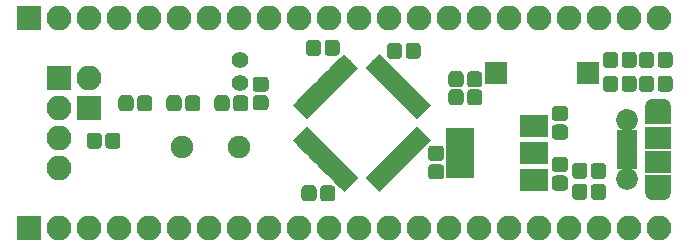
<source format=gts>
G04 #@! TF.GenerationSoftware,KiCad,Pcbnew,(5.1.2)-2*
G04 #@! TF.CreationDate,2020-02-28T11:19:54+01:00*
G04 #@! TF.ProjectId,mibo48_stm32g4,6d69626f-3438-45f7-9374-6d333267342e,rev?*
G04 #@! TF.SameCoordinates,PX7a53eb0PY5ad6650*
G04 #@! TF.FileFunction,Soldermask,Top*
G04 #@! TF.FilePolarity,Negative*
%FSLAX46Y46*%
G04 Gerber Fmt 4.6, Leading zero omitted, Abs format (unit mm)*
G04 Created by KiCad (PCBNEW (5.1.2)-2) date 2020-02-28 11:19:54*
%MOMM*%
%LPD*%
G04 APERTURE LIST*
%ADD10C,0.100000*%
%ADD11C,1.275000*%
%ADD12R,1.900000X1.900000*%
%ADD13C,0.650000*%
%ADD14R,2.100000X2.100000*%
%ADD15O,2.100000X2.100000*%
%ADD16R,2.300000X1.900000*%
%ADD17C,1.850000*%
%ADD18R,1.750000X0.800000*%
%ADD19O,2.300000X1.600000*%
%ADD20R,2.300000X1.600000*%
%ADD21R,2.400000X4.200000*%
%ADD22R,2.400000X1.900000*%
%ADD23C,1.900000*%
%ADD24C,1.400000*%
G04 APERTURE END LIST*
D10*
G36*
X7156992Y-11010535D02*
G01*
X7187934Y-11015125D01*
X7218277Y-11022725D01*
X7247729Y-11033263D01*
X7276007Y-11046638D01*
X7302837Y-11062719D01*
X7327962Y-11081353D01*
X7351139Y-11102360D01*
X7372146Y-11125537D01*
X7390780Y-11150662D01*
X7406861Y-11177492D01*
X7420236Y-11205770D01*
X7430774Y-11235222D01*
X7438374Y-11265565D01*
X7442964Y-11296507D01*
X7444499Y-11327750D01*
X7444499Y-12040250D01*
X7442964Y-12071493D01*
X7438374Y-12102435D01*
X7430774Y-12132778D01*
X7420236Y-12162230D01*
X7406861Y-12190508D01*
X7390780Y-12217338D01*
X7372146Y-12242463D01*
X7351139Y-12265640D01*
X7327962Y-12286647D01*
X7302837Y-12305281D01*
X7276007Y-12321362D01*
X7247729Y-12334737D01*
X7218277Y-12345275D01*
X7187934Y-12352875D01*
X7156992Y-12357465D01*
X7125749Y-12359000D01*
X6488249Y-12359000D01*
X6457006Y-12357465D01*
X6426064Y-12352875D01*
X6395721Y-12345275D01*
X6366269Y-12334737D01*
X6337991Y-12321362D01*
X6311161Y-12305281D01*
X6286036Y-12286647D01*
X6262859Y-12265640D01*
X6241852Y-12242463D01*
X6223218Y-12217338D01*
X6207137Y-12190508D01*
X6193762Y-12162230D01*
X6183224Y-12132778D01*
X6175624Y-12102435D01*
X6171034Y-12071493D01*
X6169499Y-12040250D01*
X6169499Y-11327750D01*
X6171034Y-11296507D01*
X6175624Y-11265565D01*
X6183224Y-11235222D01*
X6193762Y-11205770D01*
X6207137Y-11177492D01*
X6223218Y-11150662D01*
X6241852Y-11125537D01*
X6262859Y-11102360D01*
X6286036Y-11081353D01*
X6311161Y-11062719D01*
X6337991Y-11046638D01*
X6366269Y-11033263D01*
X6395721Y-11022725D01*
X6426064Y-11015125D01*
X6457006Y-11010535D01*
X6488249Y-11009000D01*
X7125749Y-11009000D01*
X7156992Y-11010535D01*
X7156992Y-11010535D01*
G37*
D11*
X6806999Y-11684000D03*
D10*
G36*
X8731992Y-11010535D02*
G01*
X8762934Y-11015125D01*
X8793277Y-11022725D01*
X8822729Y-11033263D01*
X8851007Y-11046638D01*
X8877837Y-11062719D01*
X8902962Y-11081353D01*
X8926139Y-11102360D01*
X8947146Y-11125537D01*
X8965780Y-11150662D01*
X8981861Y-11177492D01*
X8995236Y-11205770D01*
X9005774Y-11235222D01*
X9013374Y-11265565D01*
X9017964Y-11296507D01*
X9019499Y-11327750D01*
X9019499Y-12040250D01*
X9017964Y-12071493D01*
X9013374Y-12102435D01*
X9005774Y-12132778D01*
X8995236Y-12162230D01*
X8981861Y-12190508D01*
X8965780Y-12217338D01*
X8947146Y-12242463D01*
X8926139Y-12265640D01*
X8902962Y-12286647D01*
X8877837Y-12305281D01*
X8851007Y-12321362D01*
X8822729Y-12334737D01*
X8793277Y-12345275D01*
X8762934Y-12352875D01*
X8731992Y-12357465D01*
X8700749Y-12359000D01*
X8063249Y-12359000D01*
X8032006Y-12357465D01*
X8001064Y-12352875D01*
X7970721Y-12345275D01*
X7941269Y-12334737D01*
X7912991Y-12321362D01*
X7886161Y-12305281D01*
X7861036Y-12286647D01*
X7837859Y-12265640D01*
X7816852Y-12242463D01*
X7798218Y-12217338D01*
X7782137Y-12190508D01*
X7768762Y-12162230D01*
X7758224Y-12132778D01*
X7750624Y-12102435D01*
X7746034Y-12071493D01*
X7744499Y-12040250D01*
X7744499Y-11327750D01*
X7746034Y-11296507D01*
X7750624Y-11265565D01*
X7758224Y-11235222D01*
X7768762Y-11205770D01*
X7782137Y-11177492D01*
X7798218Y-11150662D01*
X7816852Y-11125537D01*
X7837859Y-11102360D01*
X7861036Y-11081353D01*
X7886161Y-11062719D01*
X7912991Y-11046638D01*
X7941269Y-11033263D01*
X7970721Y-11022725D01*
X8001064Y-11015125D01*
X8032006Y-11010535D01*
X8063249Y-11009000D01*
X8700749Y-11009000D01*
X8731992Y-11010535D01*
X8731992Y-11010535D01*
G37*
D11*
X8381999Y-11684000D03*
D12*
X40804000Y-5969000D03*
X48604000Y-5969000D03*
D13*
X28332629Y-5139542D03*
D10*
G36*
X27501779Y-4768311D02*
G01*
X27961398Y-4308692D01*
X29163479Y-5510773D01*
X28703860Y-5970392D01*
X27501779Y-4768311D01*
X27501779Y-4768311D01*
G37*
D13*
X27979076Y-5493095D03*
D10*
G36*
X27148226Y-5121864D02*
G01*
X27607845Y-4662245D01*
X28809926Y-5864326D01*
X28350307Y-6323945D01*
X27148226Y-5121864D01*
X27148226Y-5121864D01*
G37*
D13*
X27625522Y-5846649D03*
D10*
G36*
X26794672Y-5475418D02*
G01*
X27254291Y-5015799D01*
X28456372Y-6217880D01*
X27996753Y-6677499D01*
X26794672Y-5475418D01*
X26794672Y-5475418D01*
G37*
D13*
X27271969Y-6200202D03*
D10*
G36*
X26441119Y-5828971D02*
G01*
X26900738Y-5369352D01*
X28102819Y-6571433D01*
X27643200Y-7031052D01*
X26441119Y-5828971D01*
X26441119Y-5828971D01*
G37*
D13*
X26918416Y-6553755D03*
D10*
G36*
X26087566Y-6182524D02*
G01*
X26547185Y-5722905D01*
X27749266Y-6924986D01*
X27289647Y-7384605D01*
X26087566Y-6182524D01*
X26087566Y-6182524D01*
G37*
D13*
X26564862Y-6907309D03*
D10*
G36*
X25734012Y-6536078D02*
G01*
X26193631Y-6076459D01*
X27395712Y-7278540D01*
X26936093Y-7738159D01*
X25734012Y-6536078D01*
X25734012Y-6536078D01*
G37*
D13*
X26211309Y-7260862D03*
D10*
G36*
X25380459Y-6889631D02*
G01*
X25840078Y-6430012D01*
X27042159Y-7632093D01*
X26582540Y-8091712D01*
X25380459Y-6889631D01*
X25380459Y-6889631D01*
G37*
D13*
X25857755Y-7614416D03*
D10*
G36*
X25026905Y-7243185D02*
G01*
X25486524Y-6783566D01*
X26688605Y-7985647D01*
X26228986Y-8445266D01*
X25026905Y-7243185D01*
X25026905Y-7243185D01*
G37*
D13*
X25504202Y-7967969D03*
D10*
G36*
X24673352Y-7596738D02*
G01*
X25132971Y-7137119D01*
X26335052Y-8339200D01*
X25875433Y-8798819D01*
X24673352Y-7596738D01*
X24673352Y-7596738D01*
G37*
D13*
X25150649Y-8321522D03*
D10*
G36*
X24319799Y-7950291D02*
G01*
X24779418Y-7490672D01*
X25981499Y-8692753D01*
X25521880Y-9152372D01*
X24319799Y-7950291D01*
X24319799Y-7950291D01*
G37*
D13*
X24797095Y-8675076D03*
D10*
G36*
X23966245Y-8303845D02*
G01*
X24425864Y-7844226D01*
X25627945Y-9046307D01*
X25168326Y-9505926D01*
X23966245Y-8303845D01*
X23966245Y-8303845D01*
G37*
D13*
X24443542Y-9028629D03*
D10*
G36*
X23612692Y-8657398D02*
G01*
X24072311Y-8197779D01*
X25274392Y-9399860D01*
X24814773Y-9859479D01*
X23612692Y-8657398D01*
X23612692Y-8657398D01*
G37*
D13*
X24443542Y-11291371D03*
D10*
G36*
X24072311Y-12122221D02*
G01*
X23612692Y-11662602D01*
X24814773Y-10460521D01*
X25274392Y-10920140D01*
X24072311Y-12122221D01*
X24072311Y-12122221D01*
G37*
D13*
X24797095Y-11644924D03*
D10*
G36*
X24425864Y-12475774D02*
G01*
X23966245Y-12016155D01*
X25168326Y-10814074D01*
X25627945Y-11273693D01*
X24425864Y-12475774D01*
X24425864Y-12475774D01*
G37*
D13*
X25150649Y-11998478D03*
D10*
G36*
X24779418Y-12829328D02*
G01*
X24319799Y-12369709D01*
X25521880Y-11167628D01*
X25981499Y-11627247D01*
X24779418Y-12829328D01*
X24779418Y-12829328D01*
G37*
D13*
X25504202Y-12352031D03*
D10*
G36*
X25132971Y-13182881D02*
G01*
X24673352Y-12723262D01*
X25875433Y-11521181D01*
X26335052Y-11980800D01*
X25132971Y-13182881D01*
X25132971Y-13182881D01*
G37*
D13*
X25857755Y-12705584D03*
D10*
G36*
X25486524Y-13536434D02*
G01*
X25026905Y-13076815D01*
X26228986Y-11874734D01*
X26688605Y-12334353D01*
X25486524Y-13536434D01*
X25486524Y-13536434D01*
G37*
D13*
X26211309Y-13059138D03*
D10*
G36*
X25840078Y-13889988D02*
G01*
X25380459Y-13430369D01*
X26582540Y-12228288D01*
X27042159Y-12687907D01*
X25840078Y-13889988D01*
X25840078Y-13889988D01*
G37*
D13*
X26564862Y-13412691D03*
D10*
G36*
X26193631Y-14243541D02*
G01*
X25734012Y-13783922D01*
X26936093Y-12581841D01*
X27395712Y-13041460D01*
X26193631Y-14243541D01*
X26193631Y-14243541D01*
G37*
D13*
X26918416Y-13766245D03*
D10*
G36*
X26547185Y-14597095D02*
G01*
X26087566Y-14137476D01*
X27289647Y-12935395D01*
X27749266Y-13395014D01*
X26547185Y-14597095D01*
X26547185Y-14597095D01*
G37*
D13*
X27271969Y-14119798D03*
D10*
G36*
X26900738Y-14950648D02*
G01*
X26441119Y-14491029D01*
X27643200Y-13288948D01*
X28102819Y-13748567D01*
X26900738Y-14950648D01*
X26900738Y-14950648D01*
G37*
D13*
X27625522Y-14473351D03*
D10*
G36*
X27254291Y-15304201D02*
G01*
X26794672Y-14844582D01*
X27996753Y-13642501D01*
X28456372Y-14102120D01*
X27254291Y-15304201D01*
X27254291Y-15304201D01*
G37*
D13*
X27979076Y-14826905D03*
D10*
G36*
X27607845Y-15657755D02*
G01*
X27148226Y-15198136D01*
X28350307Y-13996055D01*
X28809926Y-14455674D01*
X27607845Y-15657755D01*
X27607845Y-15657755D01*
G37*
D13*
X28332629Y-15180458D03*
D10*
G36*
X27961398Y-16011308D02*
G01*
X27501779Y-15551689D01*
X28703860Y-14349608D01*
X29163479Y-14809227D01*
X27961398Y-16011308D01*
X27961398Y-16011308D01*
G37*
D13*
X30595371Y-15180458D03*
D10*
G36*
X29764521Y-14809227D02*
G01*
X30224140Y-14349608D01*
X31426221Y-15551689D01*
X30966602Y-16011308D01*
X29764521Y-14809227D01*
X29764521Y-14809227D01*
G37*
D13*
X30948924Y-14826905D03*
D10*
G36*
X30118074Y-14455674D02*
G01*
X30577693Y-13996055D01*
X31779774Y-15198136D01*
X31320155Y-15657755D01*
X30118074Y-14455674D01*
X30118074Y-14455674D01*
G37*
D13*
X31302478Y-14473351D03*
D10*
G36*
X30471628Y-14102120D02*
G01*
X30931247Y-13642501D01*
X32133328Y-14844582D01*
X31673709Y-15304201D01*
X30471628Y-14102120D01*
X30471628Y-14102120D01*
G37*
D13*
X31656031Y-14119798D03*
D10*
G36*
X30825181Y-13748567D02*
G01*
X31284800Y-13288948D01*
X32486881Y-14491029D01*
X32027262Y-14950648D01*
X30825181Y-13748567D01*
X30825181Y-13748567D01*
G37*
D13*
X32009584Y-13766245D03*
D10*
G36*
X31178734Y-13395014D02*
G01*
X31638353Y-12935395D01*
X32840434Y-14137476D01*
X32380815Y-14597095D01*
X31178734Y-13395014D01*
X31178734Y-13395014D01*
G37*
D13*
X32363138Y-13412691D03*
D10*
G36*
X31532288Y-13041460D02*
G01*
X31991907Y-12581841D01*
X33193988Y-13783922D01*
X32734369Y-14243541D01*
X31532288Y-13041460D01*
X31532288Y-13041460D01*
G37*
D13*
X32716691Y-13059138D03*
D10*
G36*
X31885841Y-12687907D02*
G01*
X32345460Y-12228288D01*
X33547541Y-13430369D01*
X33087922Y-13889988D01*
X31885841Y-12687907D01*
X31885841Y-12687907D01*
G37*
D13*
X33070245Y-12705584D03*
D10*
G36*
X32239395Y-12334353D02*
G01*
X32699014Y-11874734D01*
X33901095Y-13076815D01*
X33441476Y-13536434D01*
X32239395Y-12334353D01*
X32239395Y-12334353D01*
G37*
D13*
X33423798Y-12352031D03*
D10*
G36*
X32592948Y-11980800D02*
G01*
X33052567Y-11521181D01*
X34254648Y-12723262D01*
X33795029Y-13182881D01*
X32592948Y-11980800D01*
X32592948Y-11980800D01*
G37*
D13*
X33777351Y-11998478D03*
D10*
G36*
X32946501Y-11627247D02*
G01*
X33406120Y-11167628D01*
X34608201Y-12369709D01*
X34148582Y-12829328D01*
X32946501Y-11627247D01*
X32946501Y-11627247D01*
G37*
D13*
X34130905Y-11644924D03*
D10*
G36*
X33300055Y-11273693D02*
G01*
X33759674Y-10814074D01*
X34961755Y-12016155D01*
X34502136Y-12475774D01*
X33300055Y-11273693D01*
X33300055Y-11273693D01*
G37*
D13*
X34484458Y-11291371D03*
D10*
G36*
X33653608Y-10920140D02*
G01*
X34113227Y-10460521D01*
X35315308Y-11662602D01*
X34855689Y-12122221D01*
X33653608Y-10920140D01*
X33653608Y-10920140D01*
G37*
D13*
X34484458Y-9028629D03*
D10*
G36*
X34113227Y-9859479D02*
G01*
X33653608Y-9399860D01*
X34855689Y-8197779D01*
X35315308Y-8657398D01*
X34113227Y-9859479D01*
X34113227Y-9859479D01*
G37*
D13*
X34130905Y-8675076D03*
D10*
G36*
X33759674Y-9505926D02*
G01*
X33300055Y-9046307D01*
X34502136Y-7844226D01*
X34961755Y-8303845D01*
X33759674Y-9505926D01*
X33759674Y-9505926D01*
G37*
D13*
X33777351Y-8321522D03*
D10*
G36*
X33406120Y-9152372D02*
G01*
X32946501Y-8692753D01*
X34148582Y-7490672D01*
X34608201Y-7950291D01*
X33406120Y-9152372D01*
X33406120Y-9152372D01*
G37*
D13*
X33423798Y-7967969D03*
D10*
G36*
X33052567Y-8798819D02*
G01*
X32592948Y-8339200D01*
X33795029Y-7137119D01*
X34254648Y-7596738D01*
X33052567Y-8798819D01*
X33052567Y-8798819D01*
G37*
D13*
X33070245Y-7614416D03*
D10*
G36*
X32699014Y-8445266D02*
G01*
X32239395Y-7985647D01*
X33441476Y-6783566D01*
X33901095Y-7243185D01*
X32699014Y-8445266D01*
X32699014Y-8445266D01*
G37*
D13*
X32716691Y-7260862D03*
D10*
G36*
X32345460Y-8091712D02*
G01*
X31885841Y-7632093D01*
X33087922Y-6430012D01*
X33547541Y-6889631D01*
X32345460Y-8091712D01*
X32345460Y-8091712D01*
G37*
D13*
X32363138Y-6907309D03*
D10*
G36*
X31991907Y-7738159D02*
G01*
X31532288Y-7278540D01*
X32734369Y-6076459D01*
X33193988Y-6536078D01*
X31991907Y-7738159D01*
X31991907Y-7738159D01*
G37*
D13*
X32009584Y-6553755D03*
D10*
G36*
X31638353Y-7384605D02*
G01*
X31178734Y-6924986D01*
X32380815Y-5722905D01*
X32840434Y-6182524D01*
X31638353Y-7384605D01*
X31638353Y-7384605D01*
G37*
D13*
X31656031Y-6200202D03*
D10*
G36*
X31284800Y-7031052D02*
G01*
X30825181Y-6571433D01*
X32027262Y-5369352D01*
X32486881Y-5828971D01*
X31284800Y-7031052D01*
X31284800Y-7031052D01*
G37*
D13*
X31302478Y-5846649D03*
D10*
G36*
X30931247Y-6677499D02*
G01*
X30471628Y-6217880D01*
X31673709Y-5015799D01*
X32133328Y-5475418D01*
X30931247Y-6677499D01*
X30931247Y-6677499D01*
G37*
D13*
X30948924Y-5493095D03*
D10*
G36*
X30577693Y-6323945D02*
G01*
X30118074Y-5864326D01*
X31320155Y-4662245D01*
X31779774Y-5121864D01*
X30577693Y-6323945D01*
X30577693Y-6323945D01*
G37*
D13*
X30595371Y-5139542D03*
D10*
G36*
X30224140Y-5970392D02*
G01*
X29764521Y-5510773D01*
X30966602Y-4308692D01*
X31426221Y-4768311D01*
X30224140Y-5970392D01*
X30224140Y-5970392D01*
G37*
G36*
X34157493Y-3390535D02*
G01*
X34188435Y-3395125D01*
X34218778Y-3402725D01*
X34248230Y-3413263D01*
X34276508Y-3426638D01*
X34303338Y-3442719D01*
X34328463Y-3461353D01*
X34351640Y-3482360D01*
X34372647Y-3505537D01*
X34391281Y-3530662D01*
X34407362Y-3557492D01*
X34420737Y-3585770D01*
X34431275Y-3615222D01*
X34438875Y-3645565D01*
X34443465Y-3676507D01*
X34445000Y-3707750D01*
X34445000Y-4420250D01*
X34443465Y-4451493D01*
X34438875Y-4482435D01*
X34431275Y-4512778D01*
X34420737Y-4542230D01*
X34407362Y-4570508D01*
X34391281Y-4597338D01*
X34372647Y-4622463D01*
X34351640Y-4645640D01*
X34328463Y-4666647D01*
X34303338Y-4685281D01*
X34276508Y-4701362D01*
X34248230Y-4714737D01*
X34218778Y-4725275D01*
X34188435Y-4732875D01*
X34157493Y-4737465D01*
X34126250Y-4739000D01*
X33488750Y-4739000D01*
X33457507Y-4737465D01*
X33426565Y-4732875D01*
X33396222Y-4725275D01*
X33366770Y-4714737D01*
X33338492Y-4701362D01*
X33311662Y-4685281D01*
X33286537Y-4666647D01*
X33263360Y-4645640D01*
X33242353Y-4622463D01*
X33223719Y-4597338D01*
X33207638Y-4570508D01*
X33194263Y-4542230D01*
X33183725Y-4512778D01*
X33176125Y-4482435D01*
X33171535Y-4451493D01*
X33170000Y-4420250D01*
X33170000Y-3707750D01*
X33171535Y-3676507D01*
X33176125Y-3645565D01*
X33183725Y-3615222D01*
X33194263Y-3585770D01*
X33207638Y-3557492D01*
X33223719Y-3530662D01*
X33242353Y-3505537D01*
X33263360Y-3482360D01*
X33286537Y-3461353D01*
X33311662Y-3442719D01*
X33338492Y-3426638D01*
X33366770Y-3413263D01*
X33396222Y-3402725D01*
X33426565Y-3395125D01*
X33457507Y-3390535D01*
X33488750Y-3389000D01*
X34126250Y-3389000D01*
X34157493Y-3390535D01*
X34157493Y-3390535D01*
G37*
D11*
X33807500Y-4064000D03*
D10*
G36*
X32582493Y-3390535D02*
G01*
X32613435Y-3395125D01*
X32643778Y-3402725D01*
X32673230Y-3413263D01*
X32701508Y-3426638D01*
X32728338Y-3442719D01*
X32753463Y-3461353D01*
X32776640Y-3482360D01*
X32797647Y-3505537D01*
X32816281Y-3530662D01*
X32832362Y-3557492D01*
X32845737Y-3585770D01*
X32856275Y-3615222D01*
X32863875Y-3645565D01*
X32868465Y-3676507D01*
X32870000Y-3707750D01*
X32870000Y-4420250D01*
X32868465Y-4451493D01*
X32863875Y-4482435D01*
X32856275Y-4512778D01*
X32845737Y-4542230D01*
X32832362Y-4570508D01*
X32816281Y-4597338D01*
X32797647Y-4622463D01*
X32776640Y-4645640D01*
X32753463Y-4666647D01*
X32728338Y-4685281D01*
X32701508Y-4701362D01*
X32673230Y-4714737D01*
X32643778Y-4725275D01*
X32613435Y-4732875D01*
X32582493Y-4737465D01*
X32551250Y-4739000D01*
X31913750Y-4739000D01*
X31882507Y-4737465D01*
X31851565Y-4732875D01*
X31821222Y-4725275D01*
X31791770Y-4714737D01*
X31763492Y-4701362D01*
X31736662Y-4685281D01*
X31711537Y-4666647D01*
X31688360Y-4645640D01*
X31667353Y-4622463D01*
X31648719Y-4597338D01*
X31632638Y-4570508D01*
X31619263Y-4542230D01*
X31608725Y-4512778D01*
X31601125Y-4482435D01*
X31596535Y-4451493D01*
X31595000Y-4420250D01*
X31595000Y-3707750D01*
X31596535Y-3676507D01*
X31601125Y-3645565D01*
X31608725Y-3615222D01*
X31619263Y-3585770D01*
X31632638Y-3557492D01*
X31648719Y-3530662D01*
X31667353Y-3505537D01*
X31688360Y-3482360D01*
X31711537Y-3461353D01*
X31736662Y-3442719D01*
X31763492Y-3426638D01*
X31791770Y-3413263D01*
X31821222Y-3402725D01*
X31851565Y-3395125D01*
X31882507Y-3390535D01*
X31913750Y-3389000D01*
X32551250Y-3389000D01*
X32582493Y-3390535D01*
X32582493Y-3390535D01*
G37*
D11*
X32232500Y-4064000D03*
D10*
G36*
X9849493Y-7835535D02*
G01*
X9880435Y-7840125D01*
X9910778Y-7847725D01*
X9940230Y-7858263D01*
X9968508Y-7871638D01*
X9995338Y-7887719D01*
X10020463Y-7906353D01*
X10043640Y-7927360D01*
X10064647Y-7950537D01*
X10083281Y-7975662D01*
X10099362Y-8002492D01*
X10112737Y-8030770D01*
X10123275Y-8060222D01*
X10130875Y-8090565D01*
X10135465Y-8121507D01*
X10137000Y-8152750D01*
X10137000Y-8865250D01*
X10135465Y-8896493D01*
X10130875Y-8927435D01*
X10123275Y-8957778D01*
X10112737Y-8987230D01*
X10099362Y-9015508D01*
X10083281Y-9042338D01*
X10064647Y-9067463D01*
X10043640Y-9090640D01*
X10020463Y-9111647D01*
X9995338Y-9130281D01*
X9968508Y-9146362D01*
X9940230Y-9159737D01*
X9910778Y-9170275D01*
X9880435Y-9177875D01*
X9849493Y-9182465D01*
X9818250Y-9184000D01*
X9180750Y-9184000D01*
X9149507Y-9182465D01*
X9118565Y-9177875D01*
X9088222Y-9170275D01*
X9058770Y-9159737D01*
X9030492Y-9146362D01*
X9003662Y-9130281D01*
X8978537Y-9111647D01*
X8955360Y-9090640D01*
X8934353Y-9067463D01*
X8915719Y-9042338D01*
X8899638Y-9015508D01*
X8886263Y-8987230D01*
X8875725Y-8957778D01*
X8868125Y-8927435D01*
X8863535Y-8896493D01*
X8862000Y-8865250D01*
X8862000Y-8152750D01*
X8863535Y-8121507D01*
X8868125Y-8090565D01*
X8875725Y-8060222D01*
X8886263Y-8030770D01*
X8899638Y-8002492D01*
X8915719Y-7975662D01*
X8934353Y-7950537D01*
X8955360Y-7927360D01*
X8978537Y-7906353D01*
X9003662Y-7887719D01*
X9030492Y-7871638D01*
X9058770Y-7858263D01*
X9088222Y-7847725D01*
X9118565Y-7840125D01*
X9149507Y-7835535D01*
X9180750Y-7834000D01*
X9818250Y-7834000D01*
X9849493Y-7835535D01*
X9849493Y-7835535D01*
G37*
D11*
X9499500Y-8509000D03*
D10*
G36*
X11424493Y-7835535D02*
G01*
X11455435Y-7840125D01*
X11485778Y-7847725D01*
X11515230Y-7858263D01*
X11543508Y-7871638D01*
X11570338Y-7887719D01*
X11595463Y-7906353D01*
X11618640Y-7927360D01*
X11639647Y-7950537D01*
X11658281Y-7975662D01*
X11674362Y-8002492D01*
X11687737Y-8030770D01*
X11698275Y-8060222D01*
X11705875Y-8090565D01*
X11710465Y-8121507D01*
X11712000Y-8152750D01*
X11712000Y-8865250D01*
X11710465Y-8896493D01*
X11705875Y-8927435D01*
X11698275Y-8957778D01*
X11687737Y-8987230D01*
X11674362Y-9015508D01*
X11658281Y-9042338D01*
X11639647Y-9067463D01*
X11618640Y-9090640D01*
X11595463Y-9111647D01*
X11570338Y-9130281D01*
X11543508Y-9146362D01*
X11515230Y-9159737D01*
X11485778Y-9170275D01*
X11455435Y-9177875D01*
X11424493Y-9182465D01*
X11393250Y-9184000D01*
X10755750Y-9184000D01*
X10724507Y-9182465D01*
X10693565Y-9177875D01*
X10663222Y-9170275D01*
X10633770Y-9159737D01*
X10605492Y-9146362D01*
X10578662Y-9130281D01*
X10553537Y-9111647D01*
X10530360Y-9090640D01*
X10509353Y-9067463D01*
X10490719Y-9042338D01*
X10474638Y-9015508D01*
X10461263Y-8987230D01*
X10450725Y-8957778D01*
X10443125Y-8927435D01*
X10438535Y-8896493D01*
X10437000Y-8865250D01*
X10437000Y-8152750D01*
X10438535Y-8121507D01*
X10443125Y-8090565D01*
X10450725Y-8060222D01*
X10461263Y-8030770D01*
X10474638Y-8002492D01*
X10490719Y-7975662D01*
X10509353Y-7950537D01*
X10530360Y-7927360D01*
X10553537Y-7906353D01*
X10578662Y-7887719D01*
X10605492Y-7871638D01*
X10633770Y-7858263D01*
X10663222Y-7847725D01*
X10693565Y-7840125D01*
X10724507Y-7835535D01*
X10755750Y-7834000D01*
X11393250Y-7834000D01*
X11424493Y-7835535D01*
X11424493Y-7835535D01*
G37*
D11*
X11074500Y-8509000D03*
D10*
G36*
X15488493Y-7835535D02*
G01*
X15519435Y-7840125D01*
X15549778Y-7847725D01*
X15579230Y-7858263D01*
X15607508Y-7871638D01*
X15634338Y-7887719D01*
X15659463Y-7906353D01*
X15682640Y-7927360D01*
X15703647Y-7950537D01*
X15722281Y-7975662D01*
X15738362Y-8002492D01*
X15751737Y-8030770D01*
X15762275Y-8060222D01*
X15769875Y-8090565D01*
X15774465Y-8121507D01*
X15776000Y-8152750D01*
X15776000Y-8865250D01*
X15774465Y-8896493D01*
X15769875Y-8927435D01*
X15762275Y-8957778D01*
X15751737Y-8987230D01*
X15738362Y-9015508D01*
X15722281Y-9042338D01*
X15703647Y-9067463D01*
X15682640Y-9090640D01*
X15659463Y-9111647D01*
X15634338Y-9130281D01*
X15607508Y-9146362D01*
X15579230Y-9159737D01*
X15549778Y-9170275D01*
X15519435Y-9177875D01*
X15488493Y-9182465D01*
X15457250Y-9184000D01*
X14819750Y-9184000D01*
X14788507Y-9182465D01*
X14757565Y-9177875D01*
X14727222Y-9170275D01*
X14697770Y-9159737D01*
X14669492Y-9146362D01*
X14642662Y-9130281D01*
X14617537Y-9111647D01*
X14594360Y-9090640D01*
X14573353Y-9067463D01*
X14554719Y-9042338D01*
X14538638Y-9015508D01*
X14525263Y-8987230D01*
X14514725Y-8957778D01*
X14507125Y-8927435D01*
X14502535Y-8896493D01*
X14501000Y-8865250D01*
X14501000Y-8152750D01*
X14502535Y-8121507D01*
X14507125Y-8090565D01*
X14514725Y-8060222D01*
X14525263Y-8030770D01*
X14538638Y-8002492D01*
X14554719Y-7975662D01*
X14573353Y-7950537D01*
X14594360Y-7927360D01*
X14617537Y-7906353D01*
X14642662Y-7887719D01*
X14669492Y-7871638D01*
X14697770Y-7858263D01*
X14727222Y-7847725D01*
X14757565Y-7840125D01*
X14788507Y-7835535D01*
X14819750Y-7834000D01*
X15457250Y-7834000D01*
X15488493Y-7835535D01*
X15488493Y-7835535D01*
G37*
D11*
X15138500Y-8509000D03*
D10*
G36*
X13913493Y-7835535D02*
G01*
X13944435Y-7840125D01*
X13974778Y-7847725D01*
X14004230Y-7858263D01*
X14032508Y-7871638D01*
X14059338Y-7887719D01*
X14084463Y-7906353D01*
X14107640Y-7927360D01*
X14128647Y-7950537D01*
X14147281Y-7975662D01*
X14163362Y-8002492D01*
X14176737Y-8030770D01*
X14187275Y-8060222D01*
X14194875Y-8090565D01*
X14199465Y-8121507D01*
X14201000Y-8152750D01*
X14201000Y-8865250D01*
X14199465Y-8896493D01*
X14194875Y-8927435D01*
X14187275Y-8957778D01*
X14176737Y-8987230D01*
X14163362Y-9015508D01*
X14147281Y-9042338D01*
X14128647Y-9067463D01*
X14107640Y-9090640D01*
X14084463Y-9111647D01*
X14059338Y-9130281D01*
X14032508Y-9146362D01*
X14004230Y-9159737D01*
X13974778Y-9170275D01*
X13944435Y-9177875D01*
X13913493Y-9182465D01*
X13882250Y-9184000D01*
X13244750Y-9184000D01*
X13213507Y-9182465D01*
X13182565Y-9177875D01*
X13152222Y-9170275D01*
X13122770Y-9159737D01*
X13094492Y-9146362D01*
X13067662Y-9130281D01*
X13042537Y-9111647D01*
X13019360Y-9090640D01*
X12998353Y-9067463D01*
X12979719Y-9042338D01*
X12963638Y-9015508D01*
X12950263Y-8987230D01*
X12939725Y-8957778D01*
X12932125Y-8927435D01*
X12927535Y-8896493D01*
X12926000Y-8865250D01*
X12926000Y-8152750D01*
X12927535Y-8121507D01*
X12932125Y-8090565D01*
X12939725Y-8060222D01*
X12950263Y-8030770D01*
X12963638Y-8002492D01*
X12979719Y-7975662D01*
X12998353Y-7950537D01*
X13019360Y-7927360D01*
X13042537Y-7906353D01*
X13067662Y-7887719D01*
X13094492Y-7871638D01*
X13122770Y-7858263D01*
X13152222Y-7847725D01*
X13182565Y-7840125D01*
X13213507Y-7835535D01*
X13244750Y-7834000D01*
X13882250Y-7834000D01*
X13913493Y-7835535D01*
X13913493Y-7835535D01*
G37*
D11*
X13563500Y-8509000D03*
D10*
G36*
X39364493Y-5803535D02*
G01*
X39395435Y-5808125D01*
X39425778Y-5815725D01*
X39455230Y-5826263D01*
X39483508Y-5839638D01*
X39510338Y-5855719D01*
X39535463Y-5874353D01*
X39558640Y-5895360D01*
X39579647Y-5918537D01*
X39598281Y-5943662D01*
X39614362Y-5970492D01*
X39627737Y-5998770D01*
X39638275Y-6028222D01*
X39645875Y-6058565D01*
X39650465Y-6089507D01*
X39652000Y-6120750D01*
X39652000Y-6833250D01*
X39650465Y-6864493D01*
X39645875Y-6895435D01*
X39638275Y-6925778D01*
X39627737Y-6955230D01*
X39614362Y-6983508D01*
X39598281Y-7010338D01*
X39579647Y-7035463D01*
X39558640Y-7058640D01*
X39535463Y-7079647D01*
X39510338Y-7098281D01*
X39483508Y-7114362D01*
X39455230Y-7127737D01*
X39425778Y-7138275D01*
X39395435Y-7145875D01*
X39364493Y-7150465D01*
X39333250Y-7152000D01*
X38695750Y-7152000D01*
X38664507Y-7150465D01*
X38633565Y-7145875D01*
X38603222Y-7138275D01*
X38573770Y-7127737D01*
X38545492Y-7114362D01*
X38518662Y-7098281D01*
X38493537Y-7079647D01*
X38470360Y-7058640D01*
X38449353Y-7035463D01*
X38430719Y-7010338D01*
X38414638Y-6983508D01*
X38401263Y-6955230D01*
X38390725Y-6925778D01*
X38383125Y-6895435D01*
X38378535Y-6864493D01*
X38377000Y-6833250D01*
X38377000Y-6120750D01*
X38378535Y-6089507D01*
X38383125Y-6058565D01*
X38390725Y-6028222D01*
X38401263Y-5998770D01*
X38414638Y-5970492D01*
X38430719Y-5943662D01*
X38449353Y-5918537D01*
X38470360Y-5895360D01*
X38493537Y-5874353D01*
X38518662Y-5855719D01*
X38545492Y-5839638D01*
X38573770Y-5826263D01*
X38603222Y-5815725D01*
X38633565Y-5808125D01*
X38664507Y-5803535D01*
X38695750Y-5802000D01*
X39333250Y-5802000D01*
X39364493Y-5803535D01*
X39364493Y-5803535D01*
G37*
D11*
X39014500Y-6477000D03*
D10*
G36*
X37789493Y-5803535D02*
G01*
X37820435Y-5808125D01*
X37850778Y-5815725D01*
X37880230Y-5826263D01*
X37908508Y-5839638D01*
X37935338Y-5855719D01*
X37960463Y-5874353D01*
X37983640Y-5895360D01*
X38004647Y-5918537D01*
X38023281Y-5943662D01*
X38039362Y-5970492D01*
X38052737Y-5998770D01*
X38063275Y-6028222D01*
X38070875Y-6058565D01*
X38075465Y-6089507D01*
X38077000Y-6120750D01*
X38077000Y-6833250D01*
X38075465Y-6864493D01*
X38070875Y-6895435D01*
X38063275Y-6925778D01*
X38052737Y-6955230D01*
X38039362Y-6983508D01*
X38023281Y-7010338D01*
X38004647Y-7035463D01*
X37983640Y-7058640D01*
X37960463Y-7079647D01*
X37935338Y-7098281D01*
X37908508Y-7114362D01*
X37880230Y-7127737D01*
X37850778Y-7138275D01*
X37820435Y-7145875D01*
X37789493Y-7150465D01*
X37758250Y-7152000D01*
X37120750Y-7152000D01*
X37089507Y-7150465D01*
X37058565Y-7145875D01*
X37028222Y-7138275D01*
X36998770Y-7127737D01*
X36970492Y-7114362D01*
X36943662Y-7098281D01*
X36918537Y-7079647D01*
X36895360Y-7058640D01*
X36874353Y-7035463D01*
X36855719Y-7010338D01*
X36839638Y-6983508D01*
X36826263Y-6955230D01*
X36815725Y-6925778D01*
X36808125Y-6895435D01*
X36803535Y-6864493D01*
X36802000Y-6833250D01*
X36802000Y-6120750D01*
X36803535Y-6089507D01*
X36808125Y-6058565D01*
X36815725Y-6028222D01*
X36826263Y-5998770D01*
X36839638Y-5970492D01*
X36855719Y-5943662D01*
X36874353Y-5918537D01*
X36895360Y-5895360D01*
X36918537Y-5874353D01*
X36943662Y-5855719D01*
X36970492Y-5839638D01*
X36998770Y-5826263D01*
X37028222Y-5815725D01*
X37058565Y-5808125D01*
X37089507Y-5803535D01*
X37120750Y-5802000D01*
X37758250Y-5802000D01*
X37789493Y-5803535D01*
X37789493Y-5803535D01*
G37*
D11*
X37439500Y-6477000D03*
D10*
G36*
X36137993Y-12102035D02*
G01*
X36168935Y-12106625D01*
X36199278Y-12114225D01*
X36228730Y-12124763D01*
X36257008Y-12138138D01*
X36283838Y-12154219D01*
X36308963Y-12172853D01*
X36332140Y-12193860D01*
X36353147Y-12217037D01*
X36371781Y-12242162D01*
X36387862Y-12268992D01*
X36401237Y-12297270D01*
X36411775Y-12326722D01*
X36419375Y-12357065D01*
X36423965Y-12388007D01*
X36425500Y-12419250D01*
X36425500Y-13056750D01*
X36423965Y-13087993D01*
X36419375Y-13118935D01*
X36411775Y-13149278D01*
X36401237Y-13178730D01*
X36387862Y-13207008D01*
X36371781Y-13233838D01*
X36353147Y-13258963D01*
X36332140Y-13282140D01*
X36308963Y-13303147D01*
X36283838Y-13321781D01*
X36257008Y-13337862D01*
X36228730Y-13351237D01*
X36199278Y-13361775D01*
X36168935Y-13369375D01*
X36137993Y-13373965D01*
X36106750Y-13375500D01*
X35394250Y-13375500D01*
X35363007Y-13373965D01*
X35332065Y-13369375D01*
X35301722Y-13361775D01*
X35272270Y-13351237D01*
X35243992Y-13337862D01*
X35217162Y-13321781D01*
X35192037Y-13303147D01*
X35168860Y-13282140D01*
X35147853Y-13258963D01*
X35129219Y-13233838D01*
X35113138Y-13207008D01*
X35099763Y-13178730D01*
X35089225Y-13149278D01*
X35081625Y-13118935D01*
X35077035Y-13087993D01*
X35075500Y-13056750D01*
X35075500Y-12419250D01*
X35077035Y-12388007D01*
X35081625Y-12357065D01*
X35089225Y-12326722D01*
X35099763Y-12297270D01*
X35113138Y-12268992D01*
X35129219Y-12242162D01*
X35147853Y-12217037D01*
X35168860Y-12193860D01*
X35192037Y-12172853D01*
X35217162Y-12154219D01*
X35243992Y-12138138D01*
X35272270Y-12124763D01*
X35301722Y-12114225D01*
X35332065Y-12106625D01*
X35363007Y-12102035D01*
X35394250Y-12100500D01*
X36106750Y-12100500D01*
X36137993Y-12102035D01*
X36137993Y-12102035D01*
G37*
D11*
X35750500Y-12738000D03*
D10*
G36*
X36137993Y-13677035D02*
G01*
X36168935Y-13681625D01*
X36199278Y-13689225D01*
X36228730Y-13699763D01*
X36257008Y-13713138D01*
X36283838Y-13729219D01*
X36308963Y-13747853D01*
X36332140Y-13768860D01*
X36353147Y-13792037D01*
X36371781Y-13817162D01*
X36387862Y-13843992D01*
X36401237Y-13872270D01*
X36411775Y-13901722D01*
X36419375Y-13932065D01*
X36423965Y-13963007D01*
X36425500Y-13994250D01*
X36425500Y-14631750D01*
X36423965Y-14662993D01*
X36419375Y-14693935D01*
X36411775Y-14724278D01*
X36401237Y-14753730D01*
X36387862Y-14782008D01*
X36371781Y-14808838D01*
X36353147Y-14833963D01*
X36332140Y-14857140D01*
X36308963Y-14878147D01*
X36283838Y-14896781D01*
X36257008Y-14912862D01*
X36228730Y-14926237D01*
X36199278Y-14936775D01*
X36168935Y-14944375D01*
X36137993Y-14948965D01*
X36106750Y-14950500D01*
X35394250Y-14950500D01*
X35363007Y-14948965D01*
X35332065Y-14944375D01*
X35301722Y-14936775D01*
X35272270Y-14926237D01*
X35243992Y-14912862D01*
X35217162Y-14896781D01*
X35192037Y-14878147D01*
X35168860Y-14857140D01*
X35147853Y-14833963D01*
X35129219Y-14808838D01*
X35113138Y-14782008D01*
X35099763Y-14753730D01*
X35089225Y-14724278D01*
X35081625Y-14693935D01*
X35077035Y-14662993D01*
X35075500Y-14631750D01*
X35075500Y-13994250D01*
X35077035Y-13963007D01*
X35081625Y-13932065D01*
X35089225Y-13901722D01*
X35099763Y-13872270D01*
X35113138Y-13843992D01*
X35129219Y-13817162D01*
X35147853Y-13792037D01*
X35168860Y-13768860D01*
X35192037Y-13747853D01*
X35217162Y-13729219D01*
X35243992Y-13713138D01*
X35272270Y-13699763D01*
X35301722Y-13689225D01*
X35332065Y-13681625D01*
X35363007Y-13677035D01*
X35394250Y-13675500D01*
X36106750Y-13675500D01*
X36137993Y-13677035D01*
X36137993Y-13677035D01*
G37*
D11*
X35750500Y-14313000D03*
D10*
G36*
X26918493Y-15455535D02*
G01*
X26949435Y-15460125D01*
X26979778Y-15467725D01*
X27009230Y-15478263D01*
X27037508Y-15491638D01*
X27064338Y-15507719D01*
X27089463Y-15526353D01*
X27112640Y-15547360D01*
X27133647Y-15570537D01*
X27152281Y-15595662D01*
X27168362Y-15622492D01*
X27181737Y-15650770D01*
X27192275Y-15680222D01*
X27199875Y-15710565D01*
X27204465Y-15741507D01*
X27206000Y-15772750D01*
X27206000Y-16485250D01*
X27204465Y-16516493D01*
X27199875Y-16547435D01*
X27192275Y-16577778D01*
X27181737Y-16607230D01*
X27168362Y-16635508D01*
X27152281Y-16662338D01*
X27133647Y-16687463D01*
X27112640Y-16710640D01*
X27089463Y-16731647D01*
X27064338Y-16750281D01*
X27037508Y-16766362D01*
X27009230Y-16779737D01*
X26979778Y-16790275D01*
X26949435Y-16797875D01*
X26918493Y-16802465D01*
X26887250Y-16804000D01*
X26249750Y-16804000D01*
X26218507Y-16802465D01*
X26187565Y-16797875D01*
X26157222Y-16790275D01*
X26127770Y-16779737D01*
X26099492Y-16766362D01*
X26072662Y-16750281D01*
X26047537Y-16731647D01*
X26024360Y-16710640D01*
X26003353Y-16687463D01*
X25984719Y-16662338D01*
X25968638Y-16635508D01*
X25955263Y-16607230D01*
X25944725Y-16577778D01*
X25937125Y-16547435D01*
X25932535Y-16516493D01*
X25931000Y-16485250D01*
X25931000Y-15772750D01*
X25932535Y-15741507D01*
X25937125Y-15710565D01*
X25944725Y-15680222D01*
X25955263Y-15650770D01*
X25968638Y-15622492D01*
X25984719Y-15595662D01*
X26003353Y-15570537D01*
X26024360Y-15547360D01*
X26047537Y-15526353D01*
X26072662Y-15507719D01*
X26099492Y-15491638D01*
X26127770Y-15478263D01*
X26157222Y-15467725D01*
X26187565Y-15460125D01*
X26218507Y-15455535D01*
X26249750Y-15454000D01*
X26887250Y-15454000D01*
X26918493Y-15455535D01*
X26918493Y-15455535D01*
G37*
D11*
X26568500Y-16129000D03*
D10*
G36*
X25343493Y-15455535D02*
G01*
X25374435Y-15460125D01*
X25404778Y-15467725D01*
X25434230Y-15478263D01*
X25462508Y-15491638D01*
X25489338Y-15507719D01*
X25514463Y-15526353D01*
X25537640Y-15547360D01*
X25558647Y-15570537D01*
X25577281Y-15595662D01*
X25593362Y-15622492D01*
X25606737Y-15650770D01*
X25617275Y-15680222D01*
X25624875Y-15710565D01*
X25629465Y-15741507D01*
X25631000Y-15772750D01*
X25631000Y-16485250D01*
X25629465Y-16516493D01*
X25624875Y-16547435D01*
X25617275Y-16577778D01*
X25606737Y-16607230D01*
X25593362Y-16635508D01*
X25577281Y-16662338D01*
X25558647Y-16687463D01*
X25537640Y-16710640D01*
X25514463Y-16731647D01*
X25489338Y-16750281D01*
X25462508Y-16766362D01*
X25434230Y-16779737D01*
X25404778Y-16790275D01*
X25374435Y-16797875D01*
X25343493Y-16802465D01*
X25312250Y-16804000D01*
X24674750Y-16804000D01*
X24643507Y-16802465D01*
X24612565Y-16797875D01*
X24582222Y-16790275D01*
X24552770Y-16779737D01*
X24524492Y-16766362D01*
X24497662Y-16750281D01*
X24472537Y-16731647D01*
X24449360Y-16710640D01*
X24428353Y-16687463D01*
X24409719Y-16662338D01*
X24393638Y-16635508D01*
X24380263Y-16607230D01*
X24369725Y-16577778D01*
X24362125Y-16547435D01*
X24357535Y-16516493D01*
X24356000Y-16485250D01*
X24356000Y-15772750D01*
X24357535Y-15741507D01*
X24362125Y-15710565D01*
X24369725Y-15680222D01*
X24380263Y-15650770D01*
X24393638Y-15622492D01*
X24409719Y-15595662D01*
X24428353Y-15570537D01*
X24449360Y-15547360D01*
X24472537Y-15526353D01*
X24497662Y-15507719D01*
X24524492Y-15491638D01*
X24552770Y-15478263D01*
X24582222Y-15467725D01*
X24612565Y-15460125D01*
X24643507Y-15455535D01*
X24674750Y-15454000D01*
X25312250Y-15454000D01*
X25343493Y-15455535D01*
X25343493Y-15455535D01*
G37*
D11*
X24993500Y-16129000D03*
D10*
G36*
X46615493Y-8736535D02*
G01*
X46646435Y-8741125D01*
X46676778Y-8748725D01*
X46706230Y-8759263D01*
X46734508Y-8772638D01*
X46761338Y-8788719D01*
X46786463Y-8807353D01*
X46809640Y-8828360D01*
X46830647Y-8851537D01*
X46849281Y-8876662D01*
X46865362Y-8903492D01*
X46878737Y-8931770D01*
X46889275Y-8961222D01*
X46896875Y-8991565D01*
X46901465Y-9022507D01*
X46903000Y-9053750D01*
X46903000Y-9691250D01*
X46901465Y-9722493D01*
X46896875Y-9753435D01*
X46889275Y-9783778D01*
X46878737Y-9813230D01*
X46865362Y-9841508D01*
X46849281Y-9868338D01*
X46830647Y-9893463D01*
X46809640Y-9916640D01*
X46786463Y-9937647D01*
X46761338Y-9956281D01*
X46734508Y-9972362D01*
X46706230Y-9985737D01*
X46676778Y-9996275D01*
X46646435Y-10003875D01*
X46615493Y-10008465D01*
X46584250Y-10010000D01*
X45871750Y-10010000D01*
X45840507Y-10008465D01*
X45809565Y-10003875D01*
X45779222Y-9996275D01*
X45749770Y-9985737D01*
X45721492Y-9972362D01*
X45694662Y-9956281D01*
X45669537Y-9937647D01*
X45646360Y-9916640D01*
X45625353Y-9893463D01*
X45606719Y-9868338D01*
X45590638Y-9841508D01*
X45577263Y-9813230D01*
X45566725Y-9783778D01*
X45559125Y-9753435D01*
X45554535Y-9722493D01*
X45553000Y-9691250D01*
X45553000Y-9053750D01*
X45554535Y-9022507D01*
X45559125Y-8991565D01*
X45566725Y-8961222D01*
X45577263Y-8931770D01*
X45590638Y-8903492D01*
X45606719Y-8876662D01*
X45625353Y-8851537D01*
X45646360Y-8828360D01*
X45669537Y-8807353D01*
X45694662Y-8788719D01*
X45721492Y-8772638D01*
X45749770Y-8759263D01*
X45779222Y-8748725D01*
X45809565Y-8741125D01*
X45840507Y-8736535D01*
X45871750Y-8735000D01*
X46584250Y-8735000D01*
X46615493Y-8736535D01*
X46615493Y-8736535D01*
G37*
D11*
X46228000Y-9372500D03*
D10*
G36*
X46615493Y-10311535D02*
G01*
X46646435Y-10316125D01*
X46676778Y-10323725D01*
X46706230Y-10334263D01*
X46734508Y-10347638D01*
X46761338Y-10363719D01*
X46786463Y-10382353D01*
X46809640Y-10403360D01*
X46830647Y-10426537D01*
X46849281Y-10451662D01*
X46865362Y-10478492D01*
X46878737Y-10506770D01*
X46889275Y-10536222D01*
X46896875Y-10566565D01*
X46901465Y-10597507D01*
X46903000Y-10628750D01*
X46903000Y-11266250D01*
X46901465Y-11297493D01*
X46896875Y-11328435D01*
X46889275Y-11358778D01*
X46878737Y-11388230D01*
X46865362Y-11416508D01*
X46849281Y-11443338D01*
X46830647Y-11468463D01*
X46809640Y-11491640D01*
X46786463Y-11512647D01*
X46761338Y-11531281D01*
X46734508Y-11547362D01*
X46706230Y-11560737D01*
X46676778Y-11571275D01*
X46646435Y-11578875D01*
X46615493Y-11583465D01*
X46584250Y-11585000D01*
X45871750Y-11585000D01*
X45840507Y-11583465D01*
X45809565Y-11578875D01*
X45779222Y-11571275D01*
X45749770Y-11560737D01*
X45721492Y-11547362D01*
X45694662Y-11531281D01*
X45669537Y-11512647D01*
X45646360Y-11491640D01*
X45625353Y-11468463D01*
X45606719Y-11443338D01*
X45590638Y-11416508D01*
X45577263Y-11388230D01*
X45566725Y-11358778D01*
X45559125Y-11328435D01*
X45554535Y-11297493D01*
X45553000Y-11266250D01*
X45553000Y-10628750D01*
X45554535Y-10597507D01*
X45559125Y-10566565D01*
X45566725Y-10536222D01*
X45577263Y-10506770D01*
X45590638Y-10478492D01*
X45606719Y-10451662D01*
X45625353Y-10426537D01*
X45646360Y-10403360D01*
X45669537Y-10382353D01*
X45694662Y-10363719D01*
X45721492Y-10347638D01*
X45749770Y-10334263D01*
X45779222Y-10323725D01*
X45809565Y-10316125D01*
X45840507Y-10311535D01*
X45871750Y-10310000D01*
X46584250Y-10310000D01*
X46615493Y-10311535D01*
X46615493Y-10311535D01*
G37*
D11*
X46228000Y-10947500D03*
D10*
G36*
X21278993Y-6260035D02*
G01*
X21309935Y-6264625D01*
X21340278Y-6272225D01*
X21369730Y-6282763D01*
X21398008Y-6296138D01*
X21424838Y-6312219D01*
X21449963Y-6330853D01*
X21473140Y-6351860D01*
X21494147Y-6375037D01*
X21512781Y-6400162D01*
X21528862Y-6426992D01*
X21542237Y-6455270D01*
X21552775Y-6484722D01*
X21560375Y-6515065D01*
X21564965Y-6546007D01*
X21566500Y-6577250D01*
X21566500Y-7214750D01*
X21564965Y-7245993D01*
X21560375Y-7276935D01*
X21552775Y-7307278D01*
X21542237Y-7336730D01*
X21528862Y-7365008D01*
X21512781Y-7391838D01*
X21494147Y-7416963D01*
X21473140Y-7440140D01*
X21449963Y-7461147D01*
X21424838Y-7479781D01*
X21398008Y-7495862D01*
X21369730Y-7509237D01*
X21340278Y-7519775D01*
X21309935Y-7527375D01*
X21278993Y-7531965D01*
X21247750Y-7533500D01*
X20535250Y-7533500D01*
X20504007Y-7531965D01*
X20473065Y-7527375D01*
X20442722Y-7519775D01*
X20413270Y-7509237D01*
X20384992Y-7495862D01*
X20358162Y-7479781D01*
X20333037Y-7461147D01*
X20309860Y-7440140D01*
X20288853Y-7416963D01*
X20270219Y-7391838D01*
X20254138Y-7365008D01*
X20240763Y-7336730D01*
X20230225Y-7307278D01*
X20222625Y-7276935D01*
X20218035Y-7245993D01*
X20216500Y-7214750D01*
X20216500Y-6577250D01*
X20218035Y-6546007D01*
X20222625Y-6515065D01*
X20230225Y-6484722D01*
X20240763Y-6455270D01*
X20254138Y-6426992D01*
X20270219Y-6400162D01*
X20288853Y-6375037D01*
X20309860Y-6351860D01*
X20333037Y-6330853D01*
X20358162Y-6312219D01*
X20384992Y-6296138D01*
X20413270Y-6282763D01*
X20442722Y-6272225D01*
X20473065Y-6264625D01*
X20504007Y-6260035D01*
X20535250Y-6258500D01*
X21247750Y-6258500D01*
X21278993Y-6260035D01*
X21278993Y-6260035D01*
G37*
D11*
X20891500Y-6896000D03*
D10*
G36*
X21278993Y-7835035D02*
G01*
X21309935Y-7839625D01*
X21340278Y-7847225D01*
X21369730Y-7857763D01*
X21398008Y-7871138D01*
X21424838Y-7887219D01*
X21449963Y-7905853D01*
X21473140Y-7926860D01*
X21494147Y-7950037D01*
X21512781Y-7975162D01*
X21528862Y-8001992D01*
X21542237Y-8030270D01*
X21552775Y-8059722D01*
X21560375Y-8090065D01*
X21564965Y-8121007D01*
X21566500Y-8152250D01*
X21566500Y-8789750D01*
X21564965Y-8820993D01*
X21560375Y-8851935D01*
X21552775Y-8882278D01*
X21542237Y-8911730D01*
X21528862Y-8940008D01*
X21512781Y-8966838D01*
X21494147Y-8991963D01*
X21473140Y-9015140D01*
X21449963Y-9036147D01*
X21424838Y-9054781D01*
X21398008Y-9070862D01*
X21369730Y-9084237D01*
X21340278Y-9094775D01*
X21309935Y-9102375D01*
X21278993Y-9106965D01*
X21247750Y-9108500D01*
X20535250Y-9108500D01*
X20504007Y-9106965D01*
X20473065Y-9102375D01*
X20442722Y-9094775D01*
X20413270Y-9084237D01*
X20384992Y-9070862D01*
X20358162Y-9054781D01*
X20333037Y-9036147D01*
X20309860Y-9015140D01*
X20288853Y-8991963D01*
X20270219Y-8966838D01*
X20254138Y-8940008D01*
X20240763Y-8911730D01*
X20230225Y-8882278D01*
X20222625Y-8851935D01*
X20218035Y-8820993D01*
X20216500Y-8789750D01*
X20216500Y-8152250D01*
X20218035Y-8121007D01*
X20222625Y-8090065D01*
X20230225Y-8059722D01*
X20240763Y-8030270D01*
X20254138Y-8001992D01*
X20270219Y-7975162D01*
X20288853Y-7950037D01*
X20309860Y-7926860D01*
X20333037Y-7905853D01*
X20358162Y-7887219D01*
X20384992Y-7871138D01*
X20413270Y-7857763D01*
X20442722Y-7847225D01*
X20473065Y-7839625D01*
X20504007Y-7835035D01*
X20535250Y-7833500D01*
X21247750Y-7833500D01*
X21278993Y-7835035D01*
X21278993Y-7835035D01*
G37*
D11*
X20891500Y-8471000D03*
D10*
G36*
X19552493Y-7835535D02*
G01*
X19583435Y-7840125D01*
X19613778Y-7847725D01*
X19643230Y-7858263D01*
X19671508Y-7871638D01*
X19698338Y-7887719D01*
X19723463Y-7906353D01*
X19746640Y-7927360D01*
X19767647Y-7950537D01*
X19786281Y-7975662D01*
X19802362Y-8002492D01*
X19815737Y-8030770D01*
X19826275Y-8060222D01*
X19833875Y-8090565D01*
X19838465Y-8121507D01*
X19840000Y-8152750D01*
X19840000Y-8865250D01*
X19838465Y-8896493D01*
X19833875Y-8927435D01*
X19826275Y-8957778D01*
X19815737Y-8987230D01*
X19802362Y-9015508D01*
X19786281Y-9042338D01*
X19767647Y-9067463D01*
X19746640Y-9090640D01*
X19723463Y-9111647D01*
X19698338Y-9130281D01*
X19671508Y-9146362D01*
X19643230Y-9159737D01*
X19613778Y-9170275D01*
X19583435Y-9177875D01*
X19552493Y-9182465D01*
X19521250Y-9184000D01*
X18883750Y-9184000D01*
X18852507Y-9182465D01*
X18821565Y-9177875D01*
X18791222Y-9170275D01*
X18761770Y-9159737D01*
X18733492Y-9146362D01*
X18706662Y-9130281D01*
X18681537Y-9111647D01*
X18658360Y-9090640D01*
X18637353Y-9067463D01*
X18618719Y-9042338D01*
X18602638Y-9015508D01*
X18589263Y-8987230D01*
X18578725Y-8957778D01*
X18571125Y-8927435D01*
X18566535Y-8896493D01*
X18565000Y-8865250D01*
X18565000Y-8152750D01*
X18566535Y-8121507D01*
X18571125Y-8090565D01*
X18578725Y-8060222D01*
X18589263Y-8030770D01*
X18602638Y-8002492D01*
X18618719Y-7975662D01*
X18637353Y-7950537D01*
X18658360Y-7927360D01*
X18681537Y-7906353D01*
X18706662Y-7887719D01*
X18733492Y-7871638D01*
X18761770Y-7858263D01*
X18791222Y-7847725D01*
X18821565Y-7840125D01*
X18852507Y-7835535D01*
X18883750Y-7834000D01*
X19521250Y-7834000D01*
X19552493Y-7835535D01*
X19552493Y-7835535D01*
G37*
D11*
X19202500Y-8509000D03*
D10*
G36*
X17977493Y-7835535D02*
G01*
X18008435Y-7840125D01*
X18038778Y-7847725D01*
X18068230Y-7858263D01*
X18096508Y-7871638D01*
X18123338Y-7887719D01*
X18148463Y-7906353D01*
X18171640Y-7927360D01*
X18192647Y-7950537D01*
X18211281Y-7975662D01*
X18227362Y-8002492D01*
X18240737Y-8030770D01*
X18251275Y-8060222D01*
X18258875Y-8090565D01*
X18263465Y-8121507D01*
X18265000Y-8152750D01*
X18265000Y-8865250D01*
X18263465Y-8896493D01*
X18258875Y-8927435D01*
X18251275Y-8957778D01*
X18240737Y-8987230D01*
X18227362Y-9015508D01*
X18211281Y-9042338D01*
X18192647Y-9067463D01*
X18171640Y-9090640D01*
X18148463Y-9111647D01*
X18123338Y-9130281D01*
X18096508Y-9146362D01*
X18068230Y-9159737D01*
X18038778Y-9170275D01*
X18008435Y-9177875D01*
X17977493Y-9182465D01*
X17946250Y-9184000D01*
X17308750Y-9184000D01*
X17277507Y-9182465D01*
X17246565Y-9177875D01*
X17216222Y-9170275D01*
X17186770Y-9159737D01*
X17158492Y-9146362D01*
X17131662Y-9130281D01*
X17106537Y-9111647D01*
X17083360Y-9090640D01*
X17062353Y-9067463D01*
X17043719Y-9042338D01*
X17027638Y-9015508D01*
X17014263Y-8987230D01*
X17003725Y-8957778D01*
X16996125Y-8927435D01*
X16991535Y-8896493D01*
X16990000Y-8865250D01*
X16990000Y-8152750D01*
X16991535Y-8121507D01*
X16996125Y-8090565D01*
X17003725Y-8060222D01*
X17014263Y-8030770D01*
X17027638Y-8002492D01*
X17043719Y-7975662D01*
X17062353Y-7950537D01*
X17083360Y-7927360D01*
X17106537Y-7906353D01*
X17131662Y-7887719D01*
X17158492Y-7871638D01*
X17186770Y-7858263D01*
X17216222Y-7847725D01*
X17246565Y-7840125D01*
X17277507Y-7835535D01*
X17308750Y-7834000D01*
X17946250Y-7834000D01*
X17977493Y-7835535D01*
X17977493Y-7835535D01*
G37*
D11*
X17627500Y-8509000D03*
D10*
G36*
X46615493Y-13054535D02*
G01*
X46646435Y-13059125D01*
X46676778Y-13066725D01*
X46706230Y-13077263D01*
X46734508Y-13090638D01*
X46761338Y-13106719D01*
X46786463Y-13125353D01*
X46809640Y-13146360D01*
X46830647Y-13169537D01*
X46849281Y-13194662D01*
X46865362Y-13221492D01*
X46878737Y-13249770D01*
X46889275Y-13279222D01*
X46896875Y-13309565D01*
X46901465Y-13340507D01*
X46903000Y-13371750D01*
X46903000Y-14009250D01*
X46901465Y-14040493D01*
X46896875Y-14071435D01*
X46889275Y-14101778D01*
X46878737Y-14131230D01*
X46865362Y-14159508D01*
X46849281Y-14186338D01*
X46830647Y-14211463D01*
X46809640Y-14234640D01*
X46786463Y-14255647D01*
X46761338Y-14274281D01*
X46734508Y-14290362D01*
X46706230Y-14303737D01*
X46676778Y-14314275D01*
X46646435Y-14321875D01*
X46615493Y-14326465D01*
X46584250Y-14328000D01*
X45871750Y-14328000D01*
X45840507Y-14326465D01*
X45809565Y-14321875D01*
X45779222Y-14314275D01*
X45749770Y-14303737D01*
X45721492Y-14290362D01*
X45694662Y-14274281D01*
X45669537Y-14255647D01*
X45646360Y-14234640D01*
X45625353Y-14211463D01*
X45606719Y-14186338D01*
X45590638Y-14159508D01*
X45577263Y-14131230D01*
X45566725Y-14101778D01*
X45559125Y-14071435D01*
X45554535Y-14040493D01*
X45553000Y-14009250D01*
X45553000Y-13371750D01*
X45554535Y-13340507D01*
X45559125Y-13309565D01*
X45566725Y-13279222D01*
X45577263Y-13249770D01*
X45590638Y-13221492D01*
X45606719Y-13194662D01*
X45625353Y-13169537D01*
X45646360Y-13146360D01*
X45669537Y-13125353D01*
X45694662Y-13106719D01*
X45721492Y-13090638D01*
X45749770Y-13077263D01*
X45779222Y-13066725D01*
X45809565Y-13059125D01*
X45840507Y-13054535D01*
X45871750Y-13053000D01*
X46584250Y-13053000D01*
X46615493Y-13054535D01*
X46615493Y-13054535D01*
G37*
D11*
X46228000Y-13690500D03*
D10*
G36*
X46615493Y-14629535D02*
G01*
X46646435Y-14634125D01*
X46676778Y-14641725D01*
X46706230Y-14652263D01*
X46734508Y-14665638D01*
X46761338Y-14681719D01*
X46786463Y-14700353D01*
X46809640Y-14721360D01*
X46830647Y-14744537D01*
X46849281Y-14769662D01*
X46865362Y-14796492D01*
X46878737Y-14824770D01*
X46889275Y-14854222D01*
X46896875Y-14884565D01*
X46901465Y-14915507D01*
X46903000Y-14946750D01*
X46903000Y-15584250D01*
X46901465Y-15615493D01*
X46896875Y-15646435D01*
X46889275Y-15676778D01*
X46878737Y-15706230D01*
X46865362Y-15734508D01*
X46849281Y-15761338D01*
X46830647Y-15786463D01*
X46809640Y-15809640D01*
X46786463Y-15830647D01*
X46761338Y-15849281D01*
X46734508Y-15865362D01*
X46706230Y-15878737D01*
X46676778Y-15889275D01*
X46646435Y-15896875D01*
X46615493Y-15901465D01*
X46584250Y-15903000D01*
X45871750Y-15903000D01*
X45840507Y-15901465D01*
X45809565Y-15896875D01*
X45779222Y-15889275D01*
X45749770Y-15878737D01*
X45721492Y-15865362D01*
X45694662Y-15849281D01*
X45669537Y-15830647D01*
X45646360Y-15809640D01*
X45625353Y-15786463D01*
X45606719Y-15761338D01*
X45590638Y-15734508D01*
X45577263Y-15706230D01*
X45566725Y-15676778D01*
X45559125Y-15646435D01*
X45554535Y-15615493D01*
X45553000Y-15584250D01*
X45553000Y-14946750D01*
X45554535Y-14915507D01*
X45559125Y-14884565D01*
X45566725Y-14854222D01*
X45577263Y-14824770D01*
X45590638Y-14796492D01*
X45606719Y-14769662D01*
X45625353Y-14744537D01*
X45646360Y-14721360D01*
X45669537Y-14700353D01*
X45694662Y-14681719D01*
X45721492Y-14665638D01*
X45749770Y-14652263D01*
X45779222Y-14641725D01*
X45809565Y-14634125D01*
X45840507Y-14629535D01*
X45871750Y-14628000D01*
X46584250Y-14628000D01*
X46615493Y-14629535D01*
X46615493Y-14629535D01*
G37*
D11*
X46228000Y-15265500D03*
D14*
X1270000Y-19050000D03*
D15*
X3810000Y-19050000D03*
X6350000Y-19050000D03*
X8890000Y-19050000D03*
X11430000Y-19050000D03*
X13970000Y-19050000D03*
X16510000Y-19050000D03*
X19050000Y-19050000D03*
X21590000Y-19050000D03*
X24130000Y-19050000D03*
X26670000Y-19050000D03*
X29210000Y-19050000D03*
X31750000Y-19050000D03*
X34290000Y-19050000D03*
X36830000Y-19050000D03*
X39370000Y-19050000D03*
X41910000Y-19050000D03*
X44450000Y-19050000D03*
X46990000Y-19050000D03*
X49530000Y-19050000D03*
X52070000Y-19050000D03*
X54610000Y-19050000D03*
X54610000Y-1270000D03*
X52070000Y-1270000D03*
X49530000Y-1270000D03*
X46990000Y-1270000D03*
X44450000Y-1270000D03*
X41910000Y-1270000D03*
X39370000Y-1270000D03*
X36830000Y-1270000D03*
X34290000Y-1270000D03*
X31750000Y-1270000D03*
X29210000Y-1270000D03*
X26670000Y-1270000D03*
X24130000Y-1270000D03*
X21590000Y-1270000D03*
X19050000Y-1270000D03*
X16510000Y-1270000D03*
X13970000Y-1270000D03*
X11430000Y-1270000D03*
X8890000Y-1270000D03*
X6350000Y-1270000D03*
X3810000Y-1270000D03*
D14*
X1270000Y-1270000D03*
D16*
X54577500Y-11446000D03*
D17*
X51877500Y-14946000D03*
D18*
X51877500Y-13096000D03*
X51877500Y-13746000D03*
X51877500Y-11146000D03*
X51877500Y-11796000D03*
X51877500Y-12446000D03*
D17*
X51877500Y-9946000D03*
D16*
X54577500Y-13446000D03*
D19*
X54577500Y-15946000D03*
X54577500Y-8946000D03*
D20*
X54577500Y-9546000D03*
X54577500Y-15346000D03*
D14*
X3810000Y-6350000D03*
D15*
X3810000Y-8890000D03*
X3810000Y-11430000D03*
X3810000Y-13970000D03*
D10*
G36*
X37789493Y-7327535D02*
G01*
X37820435Y-7332125D01*
X37850778Y-7339725D01*
X37880230Y-7350263D01*
X37908508Y-7363638D01*
X37935338Y-7379719D01*
X37960463Y-7398353D01*
X37983640Y-7419360D01*
X38004647Y-7442537D01*
X38023281Y-7467662D01*
X38039362Y-7494492D01*
X38052737Y-7522770D01*
X38063275Y-7552222D01*
X38070875Y-7582565D01*
X38075465Y-7613507D01*
X38077000Y-7644750D01*
X38077000Y-8357250D01*
X38075465Y-8388493D01*
X38070875Y-8419435D01*
X38063275Y-8449778D01*
X38052737Y-8479230D01*
X38039362Y-8507508D01*
X38023281Y-8534338D01*
X38004647Y-8559463D01*
X37983640Y-8582640D01*
X37960463Y-8603647D01*
X37935338Y-8622281D01*
X37908508Y-8638362D01*
X37880230Y-8651737D01*
X37850778Y-8662275D01*
X37820435Y-8669875D01*
X37789493Y-8674465D01*
X37758250Y-8676000D01*
X37120750Y-8676000D01*
X37089507Y-8674465D01*
X37058565Y-8669875D01*
X37028222Y-8662275D01*
X36998770Y-8651737D01*
X36970492Y-8638362D01*
X36943662Y-8622281D01*
X36918537Y-8603647D01*
X36895360Y-8582640D01*
X36874353Y-8559463D01*
X36855719Y-8534338D01*
X36839638Y-8507508D01*
X36826263Y-8479230D01*
X36815725Y-8449778D01*
X36808125Y-8419435D01*
X36803535Y-8388493D01*
X36802000Y-8357250D01*
X36802000Y-7644750D01*
X36803535Y-7613507D01*
X36808125Y-7582565D01*
X36815725Y-7552222D01*
X36826263Y-7522770D01*
X36839638Y-7494492D01*
X36855719Y-7467662D01*
X36874353Y-7442537D01*
X36895360Y-7419360D01*
X36918537Y-7398353D01*
X36943662Y-7379719D01*
X36970492Y-7363638D01*
X36998770Y-7350263D01*
X37028222Y-7339725D01*
X37058565Y-7332125D01*
X37089507Y-7327535D01*
X37120750Y-7326000D01*
X37758250Y-7326000D01*
X37789493Y-7327535D01*
X37789493Y-7327535D01*
G37*
D11*
X37439500Y-8001000D03*
D10*
G36*
X39364493Y-7327535D02*
G01*
X39395435Y-7332125D01*
X39425778Y-7339725D01*
X39455230Y-7350263D01*
X39483508Y-7363638D01*
X39510338Y-7379719D01*
X39535463Y-7398353D01*
X39558640Y-7419360D01*
X39579647Y-7442537D01*
X39598281Y-7467662D01*
X39614362Y-7494492D01*
X39627737Y-7522770D01*
X39638275Y-7552222D01*
X39645875Y-7582565D01*
X39650465Y-7613507D01*
X39652000Y-7644750D01*
X39652000Y-8357250D01*
X39650465Y-8388493D01*
X39645875Y-8419435D01*
X39638275Y-8449778D01*
X39627737Y-8479230D01*
X39614362Y-8507508D01*
X39598281Y-8534338D01*
X39579647Y-8559463D01*
X39558640Y-8582640D01*
X39535463Y-8603647D01*
X39510338Y-8622281D01*
X39483508Y-8638362D01*
X39455230Y-8651737D01*
X39425778Y-8662275D01*
X39395435Y-8669875D01*
X39364493Y-8674465D01*
X39333250Y-8676000D01*
X38695750Y-8676000D01*
X38664507Y-8674465D01*
X38633565Y-8669875D01*
X38603222Y-8662275D01*
X38573770Y-8651737D01*
X38545492Y-8638362D01*
X38518662Y-8622281D01*
X38493537Y-8603647D01*
X38470360Y-8582640D01*
X38449353Y-8559463D01*
X38430719Y-8534338D01*
X38414638Y-8507508D01*
X38401263Y-8479230D01*
X38390725Y-8449778D01*
X38383125Y-8419435D01*
X38378535Y-8388493D01*
X38377000Y-8357250D01*
X38377000Y-7644750D01*
X38378535Y-7613507D01*
X38383125Y-7582565D01*
X38390725Y-7552222D01*
X38401263Y-7522770D01*
X38414638Y-7494492D01*
X38430719Y-7467662D01*
X38449353Y-7442537D01*
X38470360Y-7419360D01*
X38493537Y-7398353D01*
X38518662Y-7379719D01*
X38545492Y-7363638D01*
X38573770Y-7350263D01*
X38603222Y-7339725D01*
X38633565Y-7332125D01*
X38664507Y-7327535D01*
X38695750Y-7326000D01*
X39333250Y-7326000D01*
X39364493Y-7327535D01*
X39364493Y-7327535D01*
G37*
D11*
X39014500Y-8001000D03*
D10*
G36*
X52445493Y-4152535D02*
G01*
X52476435Y-4157125D01*
X52506778Y-4164725D01*
X52536230Y-4175263D01*
X52564508Y-4188638D01*
X52591338Y-4204719D01*
X52616463Y-4223353D01*
X52639640Y-4244360D01*
X52660647Y-4267537D01*
X52679281Y-4292662D01*
X52695362Y-4319492D01*
X52708737Y-4347770D01*
X52719275Y-4377222D01*
X52726875Y-4407565D01*
X52731465Y-4438507D01*
X52733000Y-4469750D01*
X52733000Y-5182250D01*
X52731465Y-5213493D01*
X52726875Y-5244435D01*
X52719275Y-5274778D01*
X52708737Y-5304230D01*
X52695362Y-5332508D01*
X52679281Y-5359338D01*
X52660647Y-5384463D01*
X52639640Y-5407640D01*
X52616463Y-5428647D01*
X52591338Y-5447281D01*
X52564508Y-5463362D01*
X52536230Y-5476737D01*
X52506778Y-5487275D01*
X52476435Y-5494875D01*
X52445493Y-5499465D01*
X52414250Y-5501000D01*
X51776750Y-5501000D01*
X51745507Y-5499465D01*
X51714565Y-5494875D01*
X51684222Y-5487275D01*
X51654770Y-5476737D01*
X51626492Y-5463362D01*
X51599662Y-5447281D01*
X51574537Y-5428647D01*
X51551360Y-5407640D01*
X51530353Y-5384463D01*
X51511719Y-5359338D01*
X51495638Y-5332508D01*
X51482263Y-5304230D01*
X51471725Y-5274778D01*
X51464125Y-5244435D01*
X51459535Y-5213493D01*
X51458000Y-5182250D01*
X51458000Y-4469750D01*
X51459535Y-4438507D01*
X51464125Y-4407565D01*
X51471725Y-4377222D01*
X51482263Y-4347770D01*
X51495638Y-4319492D01*
X51511719Y-4292662D01*
X51530353Y-4267537D01*
X51551360Y-4244360D01*
X51574537Y-4223353D01*
X51599662Y-4204719D01*
X51626492Y-4188638D01*
X51654770Y-4175263D01*
X51684222Y-4164725D01*
X51714565Y-4157125D01*
X51745507Y-4152535D01*
X51776750Y-4151000D01*
X52414250Y-4151000D01*
X52445493Y-4152535D01*
X52445493Y-4152535D01*
G37*
D11*
X52095500Y-4826000D03*
D10*
G36*
X50870493Y-4152535D02*
G01*
X50901435Y-4157125D01*
X50931778Y-4164725D01*
X50961230Y-4175263D01*
X50989508Y-4188638D01*
X51016338Y-4204719D01*
X51041463Y-4223353D01*
X51064640Y-4244360D01*
X51085647Y-4267537D01*
X51104281Y-4292662D01*
X51120362Y-4319492D01*
X51133737Y-4347770D01*
X51144275Y-4377222D01*
X51151875Y-4407565D01*
X51156465Y-4438507D01*
X51158000Y-4469750D01*
X51158000Y-5182250D01*
X51156465Y-5213493D01*
X51151875Y-5244435D01*
X51144275Y-5274778D01*
X51133737Y-5304230D01*
X51120362Y-5332508D01*
X51104281Y-5359338D01*
X51085647Y-5384463D01*
X51064640Y-5407640D01*
X51041463Y-5428647D01*
X51016338Y-5447281D01*
X50989508Y-5463362D01*
X50961230Y-5476737D01*
X50931778Y-5487275D01*
X50901435Y-5494875D01*
X50870493Y-5499465D01*
X50839250Y-5501000D01*
X50201750Y-5501000D01*
X50170507Y-5499465D01*
X50139565Y-5494875D01*
X50109222Y-5487275D01*
X50079770Y-5476737D01*
X50051492Y-5463362D01*
X50024662Y-5447281D01*
X49999537Y-5428647D01*
X49976360Y-5407640D01*
X49955353Y-5384463D01*
X49936719Y-5359338D01*
X49920638Y-5332508D01*
X49907263Y-5304230D01*
X49896725Y-5274778D01*
X49889125Y-5244435D01*
X49884535Y-5213493D01*
X49883000Y-5182250D01*
X49883000Y-4469750D01*
X49884535Y-4438507D01*
X49889125Y-4407565D01*
X49896725Y-4377222D01*
X49907263Y-4347770D01*
X49920638Y-4319492D01*
X49936719Y-4292662D01*
X49955353Y-4267537D01*
X49976360Y-4244360D01*
X49999537Y-4223353D01*
X50024662Y-4204719D01*
X50051492Y-4188638D01*
X50079770Y-4175263D01*
X50109222Y-4164725D01*
X50139565Y-4157125D01*
X50170507Y-4152535D01*
X50201750Y-4151000D01*
X50839250Y-4151000D01*
X50870493Y-4152535D01*
X50870493Y-4152535D01*
G37*
D11*
X50520500Y-4826000D03*
D10*
G36*
X27299493Y-3136535D02*
G01*
X27330435Y-3141125D01*
X27360778Y-3148725D01*
X27390230Y-3159263D01*
X27418508Y-3172638D01*
X27445338Y-3188719D01*
X27470463Y-3207353D01*
X27493640Y-3228360D01*
X27514647Y-3251537D01*
X27533281Y-3276662D01*
X27549362Y-3303492D01*
X27562737Y-3331770D01*
X27573275Y-3361222D01*
X27580875Y-3391565D01*
X27585465Y-3422507D01*
X27587000Y-3453750D01*
X27587000Y-4166250D01*
X27585465Y-4197493D01*
X27580875Y-4228435D01*
X27573275Y-4258778D01*
X27562737Y-4288230D01*
X27549362Y-4316508D01*
X27533281Y-4343338D01*
X27514647Y-4368463D01*
X27493640Y-4391640D01*
X27470463Y-4412647D01*
X27445338Y-4431281D01*
X27418508Y-4447362D01*
X27390230Y-4460737D01*
X27360778Y-4471275D01*
X27330435Y-4478875D01*
X27299493Y-4483465D01*
X27268250Y-4485000D01*
X26630750Y-4485000D01*
X26599507Y-4483465D01*
X26568565Y-4478875D01*
X26538222Y-4471275D01*
X26508770Y-4460737D01*
X26480492Y-4447362D01*
X26453662Y-4431281D01*
X26428537Y-4412647D01*
X26405360Y-4391640D01*
X26384353Y-4368463D01*
X26365719Y-4343338D01*
X26349638Y-4316508D01*
X26336263Y-4288230D01*
X26325725Y-4258778D01*
X26318125Y-4228435D01*
X26313535Y-4197493D01*
X26312000Y-4166250D01*
X26312000Y-3453750D01*
X26313535Y-3422507D01*
X26318125Y-3391565D01*
X26325725Y-3361222D01*
X26336263Y-3331770D01*
X26349638Y-3303492D01*
X26365719Y-3276662D01*
X26384353Y-3251537D01*
X26405360Y-3228360D01*
X26428537Y-3207353D01*
X26453662Y-3188719D01*
X26480492Y-3172638D01*
X26508770Y-3159263D01*
X26538222Y-3148725D01*
X26568565Y-3141125D01*
X26599507Y-3136535D01*
X26630750Y-3135000D01*
X27268250Y-3135000D01*
X27299493Y-3136535D01*
X27299493Y-3136535D01*
G37*
D11*
X26949500Y-3810000D03*
D10*
G36*
X25724493Y-3136535D02*
G01*
X25755435Y-3141125D01*
X25785778Y-3148725D01*
X25815230Y-3159263D01*
X25843508Y-3172638D01*
X25870338Y-3188719D01*
X25895463Y-3207353D01*
X25918640Y-3228360D01*
X25939647Y-3251537D01*
X25958281Y-3276662D01*
X25974362Y-3303492D01*
X25987737Y-3331770D01*
X25998275Y-3361222D01*
X26005875Y-3391565D01*
X26010465Y-3422507D01*
X26012000Y-3453750D01*
X26012000Y-4166250D01*
X26010465Y-4197493D01*
X26005875Y-4228435D01*
X25998275Y-4258778D01*
X25987737Y-4288230D01*
X25974362Y-4316508D01*
X25958281Y-4343338D01*
X25939647Y-4368463D01*
X25918640Y-4391640D01*
X25895463Y-4412647D01*
X25870338Y-4431281D01*
X25843508Y-4447362D01*
X25815230Y-4460737D01*
X25785778Y-4471275D01*
X25755435Y-4478875D01*
X25724493Y-4483465D01*
X25693250Y-4485000D01*
X25055750Y-4485000D01*
X25024507Y-4483465D01*
X24993565Y-4478875D01*
X24963222Y-4471275D01*
X24933770Y-4460737D01*
X24905492Y-4447362D01*
X24878662Y-4431281D01*
X24853537Y-4412647D01*
X24830360Y-4391640D01*
X24809353Y-4368463D01*
X24790719Y-4343338D01*
X24774638Y-4316508D01*
X24761263Y-4288230D01*
X24750725Y-4258778D01*
X24743125Y-4228435D01*
X24738535Y-4197493D01*
X24737000Y-4166250D01*
X24737000Y-3453750D01*
X24738535Y-3422507D01*
X24743125Y-3391565D01*
X24750725Y-3361222D01*
X24761263Y-3331770D01*
X24774638Y-3303492D01*
X24790719Y-3276662D01*
X24809353Y-3251537D01*
X24830360Y-3228360D01*
X24853537Y-3207353D01*
X24878662Y-3188719D01*
X24905492Y-3172638D01*
X24933770Y-3159263D01*
X24963222Y-3148725D01*
X24993565Y-3141125D01*
X25024507Y-3136535D01*
X25055750Y-3135000D01*
X25693250Y-3135000D01*
X25724493Y-3136535D01*
X25724493Y-3136535D01*
G37*
D11*
X25374500Y-3810000D03*
D10*
G36*
X48266993Y-13550535D02*
G01*
X48297935Y-13555125D01*
X48328278Y-13562725D01*
X48357730Y-13573263D01*
X48386008Y-13586638D01*
X48412838Y-13602719D01*
X48437963Y-13621353D01*
X48461140Y-13642360D01*
X48482147Y-13665537D01*
X48500781Y-13690662D01*
X48516862Y-13717492D01*
X48530237Y-13745770D01*
X48540775Y-13775222D01*
X48548375Y-13805565D01*
X48552965Y-13836507D01*
X48554500Y-13867750D01*
X48554500Y-14580250D01*
X48552965Y-14611493D01*
X48548375Y-14642435D01*
X48540775Y-14672778D01*
X48530237Y-14702230D01*
X48516862Y-14730508D01*
X48500781Y-14757338D01*
X48482147Y-14782463D01*
X48461140Y-14805640D01*
X48437963Y-14826647D01*
X48412838Y-14845281D01*
X48386008Y-14861362D01*
X48357730Y-14874737D01*
X48328278Y-14885275D01*
X48297935Y-14892875D01*
X48266993Y-14897465D01*
X48235750Y-14899000D01*
X47598250Y-14899000D01*
X47567007Y-14897465D01*
X47536065Y-14892875D01*
X47505722Y-14885275D01*
X47476270Y-14874737D01*
X47447992Y-14861362D01*
X47421162Y-14845281D01*
X47396037Y-14826647D01*
X47372860Y-14805640D01*
X47351853Y-14782463D01*
X47333219Y-14757338D01*
X47317138Y-14730508D01*
X47303763Y-14702230D01*
X47293225Y-14672778D01*
X47285625Y-14642435D01*
X47281035Y-14611493D01*
X47279500Y-14580250D01*
X47279500Y-13867750D01*
X47281035Y-13836507D01*
X47285625Y-13805565D01*
X47293225Y-13775222D01*
X47303763Y-13745770D01*
X47317138Y-13717492D01*
X47333219Y-13690662D01*
X47351853Y-13665537D01*
X47372860Y-13642360D01*
X47396037Y-13621353D01*
X47421162Y-13602719D01*
X47447992Y-13586638D01*
X47476270Y-13573263D01*
X47505722Y-13562725D01*
X47536065Y-13555125D01*
X47567007Y-13550535D01*
X47598250Y-13549000D01*
X48235750Y-13549000D01*
X48266993Y-13550535D01*
X48266993Y-13550535D01*
G37*
D11*
X47917000Y-14224000D03*
D10*
G36*
X49841993Y-13550535D02*
G01*
X49872935Y-13555125D01*
X49903278Y-13562725D01*
X49932730Y-13573263D01*
X49961008Y-13586638D01*
X49987838Y-13602719D01*
X50012963Y-13621353D01*
X50036140Y-13642360D01*
X50057147Y-13665537D01*
X50075781Y-13690662D01*
X50091862Y-13717492D01*
X50105237Y-13745770D01*
X50115775Y-13775222D01*
X50123375Y-13805565D01*
X50127965Y-13836507D01*
X50129500Y-13867750D01*
X50129500Y-14580250D01*
X50127965Y-14611493D01*
X50123375Y-14642435D01*
X50115775Y-14672778D01*
X50105237Y-14702230D01*
X50091862Y-14730508D01*
X50075781Y-14757338D01*
X50057147Y-14782463D01*
X50036140Y-14805640D01*
X50012963Y-14826647D01*
X49987838Y-14845281D01*
X49961008Y-14861362D01*
X49932730Y-14874737D01*
X49903278Y-14885275D01*
X49872935Y-14892875D01*
X49841993Y-14897465D01*
X49810750Y-14899000D01*
X49173250Y-14899000D01*
X49142007Y-14897465D01*
X49111065Y-14892875D01*
X49080722Y-14885275D01*
X49051270Y-14874737D01*
X49022992Y-14861362D01*
X48996162Y-14845281D01*
X48971037Y-14826647D01*
X48947860Y-14805640D01*
X48926853Y-14782463D01*
X48908219Y-14757338D01*
X48892138Y-14730508D01*
X48878763Y-14702230D01*
X48868225Y-14672778D01*
X48860625Y-14642435D01*
X48856035Y-14611493D01*
X48854500Y-14580250D01*
X48854500Y-13867750D01*
X48856035Y-13836507D01*
X48860625Y-13805565D01*
X48868225Y-13775222D01*
X48878763Y-13745770D01*
X48892138Y-13717492D01*
X48908219Y-13690662D01*
X48926853Y-13665537D01*
X48947860Y-13642360D01*
X48971037Y-13621353D01*
X48996162Y-13602719D01*
X49022992Y-13586638D01*
X49051270Y-13573263D01*
X49080722Y-13562725D01*
X49111065Y-13555125D01*
X49142007Y-13550535D01*
X49173250Y-13549000D01*
X49810750Y-13549000D01*
X49841993Y-13550535D01*
X49841993Y-13550535D01*
G37*
D11*
X49492000Y-14224000D03*
D10*
G36*
X49841993Y-15328535D02*
G01*
X49872935Y-15333125D01*
X49903278Y-15340725D01*
X49932730Y-15351263D01*
X49961008Y-15364638D01*
X49987838Y-15380719D01*
X50012963Y-15399353D01*
X50036140Y-15420360D01*
X50057147Y-15443537D01*
X50075781Y-15468662D01*
X50091862Y-15495492D01*
X50105237Y-15523770D01*
X50115775Y-15553222D01*
X50123375Y-15583565D01*
X50127965Y-15614507D01*
X50129500Y-15645750D01*
X50129500Y-16358250D01*
X50127965Y-16389493D01*
X50123375Y-16420435D01*
X50115775Y-16450778D01*
X50105237Y-16480230D01*
X50091862Y-16508508D01*
X50075781Y-16535338D01*
X50057147Y-16560463D01*
X50036140Y-16583640D01*
X50012963Y-16604647D01*
X49987838Y-16623281D01*
X49961008Y-16639362D01*
X49932730Y-16652737D01*
X49903278Y-16663275D01*
X49872935Y-16670875D01*
X49841993Y-16675465D01*
X49810750Y-16677000D01*
X49173250Y-16677000D01*
X49142007Y-16675465D01*
X49111065Y-16670875D01*
X49080722Y-16663275D01*
X49051270Y-16652737D01*
X49022992Y-16639362D01*
X48996162Y-16623281D01*
X48971037Y-16604647D01*
X48947860Y-16583640D01*
X48926853Y-16560463D01*
X48908219Y-16535338D01*
X48892138Y-16508508D01*
X48878763Y-16480230D01*
X48868225Y-16450778D01*
X48860625Y-16420435D01*
X48856035Y-16389493D01*
X48854500Y-16358250D01*
X48854500Y-15645750D01*
X48856035Y-15614507D01*
X48860625Y-15583565D01*
X48868225Y-15553222D01*
X48878763Y-15523770D01*
X48892138Y-15495492D01*
X48908219Y-15468662D01*
X48926853Y-15443537D01*
X48947860Y-15420360D01*
X48971037Y-15399353D01*
X48996162Y-15380719D01*
X49022992Y-15364638D01*
X49051270Y-15351263D01*
X49080722Y-15340725D01*
X49111065Y-15333125D01*
X49142007Y-15328535D01*
X49173250Y-15327000D01*
X49810750Y-15327000D01*
X49841993Y-15328535D01*
X49841993Y-15328535D01*
G37*
D11*
X49492000Y-16002000D03*
D10*
G36*
X48266993Y-15328535D02*
G01*
X48297935Y-15333125D01*
X48328278Y-15340725D01*
X48357730Y-15351263D01*
X48386008Y-15364638D01*
X48412838Y-15380719D01*
X48437963Y-15399353D01*
X48461140Y-15420360D01*
X48482147Y-15443537D01*
X48500781Y-15468662D01*
X48516862Y-15495492D01*
X48530237Y-15523770D01*
X48540775Y-15553222D01*
X48548375Y-15583565D01*
X48552965Y-15614507D01*
X48554500Y-15645750D01*
X48554500Y-16358250D01*
X48552965Y-16389493D01*
X48548375Y-16420435D01*
X48540775Y-16450778D01*
X48530237Y-16480230D01*
X48516862Y-16508508D01*
X48500781Y-16535338D01*
X48482147Y-16560463D01*
X48461140Y-16583640D01*
X48437963Y-16604647D01*
X48412838Y-16623281D01*
X48386008Y-16639362D01*
X48357730Y-16652737D01*
X48328278Y-16663275D01*
X48297935Y-16670875D01*
X48266993Y-16675465D01*
X48235750Y-16677000D01*
X47598250Y-16677000D01*
X47567007Y-16675465D01*
X47536065Y-16670875D01*
X47505722Y-16663275D01*
X47476270Y-16652737D01*
X47447992Y-16639362D01*
X47421162Y-16623281D01*
X47396037Y-16604647D01*
X47372860Y-16583640D01*
X47351853Y-16560463D01*
X47333219Y-16535338D01*
X47317138Y-16508508D01*
X47303763Y-16480230D01*
X47293225Y-16450778D01*
X47285625Y-16420435D01*
X47281035Y-16389493D01*
X47279500Y-16358250D01*
X47279500Y-15645750D01*
X47281035Y-15614507D01*
X47285625Y-15583565D01*
X47293225Y-15553222D01*
X47303763Y-15523770D01*
X47317138Y-15495492D01*
X47333219Y-15468662D01*
X47351853Y-15443537D01*
X47372860Y-15420360D01*
X47396037Y-15399353D01*
X47421162Y-15380719D01*
X47447992Y-15364638D01*
X47476270Y-15351263D01*
X47505722Y-15340725D01*
X47536065Y-15333125D01*
X47567007Y-15328535D01*
X47598250Y-15327000D01*
X48235750Y-15327000D01*
X48266993Y-15328535D01*
X48266993Y-15328535D01*
G37*
D11*
X47917000Y-16002000D03*
D10*
G36*
X52445493Y-6184535D02*
G01*
X52476435Y-6189125D01*
X52506778Y-6196725D01*
X52536230Y-6207263D01*
X52564508Y-6220638D01*
X52591338Y-6236719D01*
X52616463Y-6255353D01*
X52639640Y-6276360D01*
X52660647Y-6299537D01*
X52679281Y-6324662D01*
X52695362Y-6351492D01*
X52708737Y-6379770D01*
X52719275Y-6409222D01*
X52726875Y-6439565D01*
X52731465Y-6470507D01*
X52733000Y-6501750D01*
X52733000Y-7214250D01*
X52731465Y-7245493D01*
X52726875Y-7276435D01*
X52719275Y-7306778D01*
X52708737Y-7336230D01*
X52695362Y-7364508D01*
X52679281Y-7391338D01*
X52660647Y-7416463D01*
X52639640Y-7439640D01*
X52616463Y-7460647D01*
X52591338Y-7479281D01*
X52564508Y-7495362D01*
X52536230Y-7508737D01*
X52506778Y-7519275D01*
X52476435Y-7526875D01*
X52445493Y-7531465D01*
X52414250Y-7533000D01*
X51776750Y-7533000D01*
X51745507Y-7531465D01*
X51714565Y-7526875D01*
X51684222Y-7519275D01*
X51654770Y-7508737D01*
X51626492Y-7495362D01*
X51599662Y-7479281D01*
X51574537Y-7460647D01*
X51551360Y-7439640D01*
X51530353Y-7416463D01*
X51511719Y-7391338D01*
X51495638Y-7364508D01*
X51482263Y-7336230D01*
X51471725Y-7306778D01*
X51464125Y-7276435D01*
X51459535Y-7245493D01*
X51458000Y-7214250D01*
X51458000Y-6501750D01*
X51459535Y-6470507D01*
X51464125Y-6439565D01*
X51471725Y-6409222D01*
X51482263Y-6379770D01*
X51495638Y-6351492D01*
X51511719Y-6324662D01*
X51530353Y-6299537D01*
X51551360Y-6276360D01*
X51574537Y-6255353D01*
X51599662Y-6236719D01*
X51626492Y-6220638D01*
X51654770Y-6207263D01*
X51684222Y-6196725D01*
X51714565Y-6189125D01*
X51745507Y-6184535D01*
X51776750Y-6183000D01*
X52414250Y-6183000D01*
X52445493Y-6184535D01*
X52445493Y-6184535D01*
G37*
D11*
X52095500Y-6858000D03*
D10*
G36*
X50870493Y-6184535D02*
G01*
X50901435Y-6189125D01*
X50931778Y-6196725D01*
X50961230Y-6207263D01*
X50989508Y-6220638D01*
X51016338Y-6236719D01*
X51041463Y-6255353D01*
X51064640Y-6276360D01*
X51085647Y-6299537D01*
X51104281Y-6324662D01*
X51120362Y-6351492D01*
X51133737Y-6379770D01*
X51144275Y-6409222D01*
X51151875Y-6439565D01*
X51156465Y-6470507D01*
X51158000Y-6501750D01*
X51158000Y-7214250D01*
X51156465Y-7245493D01*
X51151875Y-7276435D01*
X51144275Y-7306778D01*
X51133737Y-7336230D01*
X51120362Y-7364508D01*
X51104281Y-7391338D01*
X51085647Y-7416463D01*
X51064640Y-7439640D01*
X51041463Y-7460647D01*
X51016338Y-7479281D01*
X50989508Y-7495362D01*
X50961230Y-7508737D01*
X50931778Y-7519275D01*
X50901435Y-7526875D01*
X50870493Y-7531465D01*
X50839250Y-7533000D01*
X50201750Y-7533000D01*
X50170507Y-7531465D01*
X50139565Y-7526875D01*
X50109222Y-7519275D01*
X50079770Y-7508737D01*
X50051492Y-7495362D01*
X50024662Y-7479281D01*
X49999537Y-7460647D01*
X49976360Y-7439640D01*
X49955353Y-7416463D01*
X49936719Y-7391338D01*
X49920638Y-7364508D01*
X49907263Y-7336230D01*
X49896725Y-7306778D01*
X49889125Y-7276435D01*
X49884535Y-7245493D01*
X49883000Y-7214250D01*
X49883000Y-6501750D01*
X49884535Y-6470507D01*
X49889125Y-6439565D01*
X49896725Y-6409222D01*
X49907263Y-6379770D01*
X49920638Y-6351492D01*
X49936719Y-6324662D01*
X49955353Y-6299537D01*
X49976360Y-6276360D01*
X49999537Y-6255353D01*
X50024662Y-6236719D01*
X50051492Y-6220638D01*
X50079770Y-6207263D01*
X50109222Y-6196725D01*
X50139565Y-6189125D01*
X50170507Y-6184535D01*
X50201750Y-6183000D01*
X50839250Y-6183000D01*
X50870493Y-6184535D01*
X50870493Y-6184535D01*
G37*
D11*
X50520500Y-6858000D03*
D21*
X37744000Y-12700000D03*
D22*
X44044000Y-12700000D03*
X44044000Y-10400000D03*
X44044000Y-15000000D03*
D23*
X14224000Y-12192000D03*
X19104000Y-12192000D03*
D24*
X19113500Y-4889500D03*
X19113500Y-6789500D03*
D14*
X6350000Y-8890000D03*
D15*
X6350000Y-6350000D03*
D10*
G36*
X53918493Y-4152535D02*
G01*
X53949435Y-4157125D01*
X53979778Y-4164725D01*
X54009230Y-4175263D01*
X54037508Y-4188638D01*
X54064338Y-4204719D01*
X54089463Y-4223353D01*
X54112640Y-4244360D01*
X54133647Y-4267537D01*
X54152281Y-4292662D01*
X54168362Y-4319492D01*
X54181737Y-4347770D01*
X54192275Y-4377222D01*
X54199875Y-4407565D01*
X54204465Y-4438507D01*
X54206000Y-4469750D01*
X54206000Y-5182250D01*
X54204465Y-5213493D01*
X54199875Y-5244435D01*
X54192275Y-5274778D01*
X54181737Y-5304230D01*
X54168362Y-5332508D01*
X54152281Y-5359338D01*
X54133647Y-5384463D01*
X54112640Y-5407640D01*
X54089463Y-5428647D01*
X54064338Y-5447281D01*
X54037508Y-5463362D01*
X54009230Y-5476737D01*
X53979778Y-5487275D01*
X53949435Y-5494875D01*
X53918493Y-5499465D01*
X53887250Y-5501000D01*
X53249750Y-5501000D01*
X53218507Y-5499465D01*
X53187565Y-5494875D01*
X53157222Y-5487275D01*
X53127770Y-5476737D01*
X53099492Y-5463362D01*
X53072662Y-5447281D01*
X53047537Y-5428647D01*
X53024360Y-5407640D01*
X53003353Y-5384463D01*
X52984719Y-5359338D01*
X52968638Y-5332508D01*
X52955263Y-5304230D01*
X52944725Y-5274778D01*
X52937125Y-5244435D01*
X52932535Y-5213493D01*
X52931000Y-5182250D01*
X52931000Y-4469750D01*
X52932535Y-4438507D01*
X52937125Y-4407565D01*
X52944725Y-4377222D01*
X52955263Y-4347770D01*
X52968638Y-4319492D01*
X52984719Y-4292662D01*
X53003353Y-4267537D01*
X53024360Y-4244360D01*
X53047537Y-4223353D01*
X53072662Y-4204719D01*
X53099492Y-4188638D01*
X53127770Y-4175263D01*
X53157222Y-4164725D01*
X53187565Y-4157125D01*
X53218507Y-4152535D01*
X53249750Y-4151000D01*
X53887250Y-4151000D01*
X53918493Y-4152535D01*
X53918493Y-4152535D01*
G37*
D11*
X53568500Y-4826000D03*
D10*
G36*
X55493493Y-4152535D02*
G01*
X55524435Y-4157125D01*
X55554778Y-4164725D01*
X55584230Y-4175263D01*
X55612508Y-4188638D01*
X55639338Y-4204719D01*
X55664463Y-4223353D01*
X55687640Y-4244360D01*
X55708647Y-4267537D01*
X55727281Y-4292662D01*
X55743362Y-4319492D01*
X55756737Y-4347770D01*
X55767275Y-4377222D01*
X55774875Y-4407565D01*
X55779465Y-4438507D01*
X55781000Y-4469750D01*
X55781000Y-5182250D01*
X55779465Y-5213493D01*
X55774875Y-5244435D01*
X55767275Y-5274778D01*
X55756737Y-5304230D01*
X55743362Y-5332508D01*
X55727281Y-5359338D01*
X55708647Y-5384463D01*
X55687640Y-5407640D01*
X55664463Y-5428647D01*
X55639338Y-5447281D01*
X55612508Y-5463362D01*
X55584230Y-5476737D01*
X55554778Y-5487275D01*
X55524435Y-5494875D01*
X55493493Y-5499465D01*
X55462250Y-5501000D01*
X54824750Y-5501000D01*
X54793507Y-5499465D01*
X54762565Y-5494875D01*
X54732222Y-5487275D01*
X54702770Y-5476737D01*
X54674492Y-5463362D01*
X54647662Y-5447281D01*
X54622537Y-5428647D01*
X54599360Y-5407640D01*
X54578353Y-5384463D01*
X54559719Y-5359338D01*
X54543638Y-5332508D01*
X54530263Y-5304230D01*
X54519725Y-5274778D01*
X54512125Y-5244435D01*
X54507535Y-5213493D01*
X54506000Y-5182250D01*
X54506000Y-4469750D01*
X54507535Y-4438507D01*
X54512125Y-4407565D01*
X54519725Y-4377222D01*
X54530263Y-4347770D01*
X54543638Y-4319492D01*
X54559719Y-4292662D01*
X54578353Y-4267537D01*
X54599360Y-4244360D01*
X54622537Y-4223353D01*
X54647662Y-4204719D01*
X54674492Y-4188638D01*
X54702770Y-4175263D01*
X54732222Y-4164725D01*
X54762565Y-4157125D01*
X54793507Y-4152535D01*
X54824750Y-4151000D01*
X55462250Y-4151000D01*
X55493493Y-4152535D01*
X55493493Y-4152535D01*
G37*
D11*
X55143500Y-4826000D03*
D10*
G36*
X55493493Y-6184535D02*
G01*
X55524435Y-6189125D01*
X55554778Y-6196725D01*
X55584230Y-6207263D01*
X55612508Y-6220638D01*
X55639338Y-6236719D01*
X55664463Y-6255353D01*
X55687640Y-6276360D01*
X55708647Y-6299537D01*
X55727281Y-6324662D01*
X55743362Y-6351492D01*
X55756737Y-6379770D01*
X55767275Y-6409222D01*
X55774875Y-6439565D01*
X55779465Y-6470507D01*
X55781000Y-6501750D01*
X55781000Y-7214250D01*
X55779465Y-7245493D01*
X55774875Y-7276435D01*
X55767275Y-7306778D01*
X55756737Y-7336230D01*
X55743362Y-7364508D01*
X55727281Y-7391338D01*
X55708647Y-7416463D01*
X55687640Y-7439640D01*
X55664463Y-7460647D01*
X55639338Y-7479281D01*
X55612508Y-7495362D01*
X55584230Y-7508737D01*
X55554778Y-7519275D01*
X55524435Y-7526875D01*
X55493493Y-7531465D01*
X55462250Y-7533000D01*
X54824750Y-7533000D01*
X54793507Y-7531465D01*
X54762565Y-7526875D01*
X54732222Y-7519275D01*
X54702770Y-7508737D01*
X54674492Y-7495362D01*
X54647662Y-7479281D01*
X54622537Y-7460647D01*
X54599360Y-7439640D01*
X54578353Y-7416463D01*
X54559719Y-7391338D01*
X54543638Y-7364508D01*
X54530263Y-7336230D01*
X54519725Y-7306778D01*
X54512125Y-7276435D01*
X54507535Y-7245493D01*
X54506000Y-7214250D01*
X54506000Y-6501750D01*
X54507535Y-6470507D01*
X54512125Y-6439565D01*
X54519725Y-6409222D01*
X54530263Y-6379770D01*
X54543638Y-6351492D01*
X54559719Y-6324662D01*
X54578353Y-6299537D01*
X54599360Y-6276360D01*
X54622537Y-6255353D01*
X54647662Y-6236719D01*
X54674492Y-6220638D01*
X54702770Y-6207263D01*
X54732222Y-6196725D01*
X54762565Y-6189125D01*
X54793507Y-6184535D01*
X54824750Y-6183000D01*
X55462250Y-6183000D01*
X55493493Y-6184535D01*
X55493493Y-6184535D01*
G37*
D11*
X55143500Y-6858000D03*
D10*
G36*
X53918493Y-6184535D02*
G01*
X53949435Y-6189125D01*
X53979778Y-6196725D01*
X54009230Y-6207263D01*
X54037508Y-6220638D01*
X54064338Y-6236719D01*
X54089463Y-6255353D01*
X54112640Y-6276360D01*
X54133647Y-6299537D01*
X54152281Y-6324662D01*
X54168362Y-6351492D01*
X54181737Y-6379770D01*
X54192275Y-6409222D01*
X54199875Y-6439565D01*
X54204465Y-6470507D01*
X54206000Y-6501750D01*
X54206000Y-7214250D01*
X54204465Y-7245493D01*
X54199875Y-7276435D01*
X54192275Y-7306778D01*
X54181737Y-7336230D01*
X54168362Y-7364508D01*
X54152281Y-7391338D01*
X54133647Y-7416463D01*
X54112640Y-7439640D01*
X54089463Y-7460647D01*
X54064338Y-7479281D01*
X54037508Y-7495362D01*
X54009230Y-7508737D01*
X53979778Y-7519275D01*
X53949435Y-7526875D01*
X53918493Y-7531465D01*
X53887250Y-7533000D01*
X53249750Y-7533000D01*
X53218507Y-7531465D01*
X53187565Y-7526875D01*
X53157222Y-7519275D01*
X53127770Y-7508737D01*
X53099492Y-7495362D01*
X53072662Y-7479281D01*
X53047537Y-7460647D01*
X53024360Y-7439640D01*
X53003353Y-7416463D01*
X52984719Y-7391338D01*
X52968638Y-7364508D01*
X52955263Y-7336230D01*
X52944725Y-7306778D01*
X52937125Y-7276435D01*
X52932535Y-7245493D01*
X52931000Y-7214250D01*
X52931000Y-6501750D01*
X52932535Y-6470507D01*
X52937125Y-6439565D01*
X52944725Y-6409222D01*
X52955263Y-6379770D01*
X52968638Y-6351492D01*
X52984719Y-6324662D01*
X53003353Y-6299537D01*
X53024360Y-6276360D01*
X53047537Y-6255353D01*
X53072662Y-6236719D01*
X53099492Y-6220638D01*
X53127770Y-6207263D01*
X53157222Y-6196725D01*
X53187565Y-6189125D01*
X53218507Y-6184535D01*
X53249750Y-6183000D01*
X53887250Y-6183000D01*
X53918493Y-6184535D01*
X53918493Y-6184535D01*
G37*
D11*
X53568500Y-6858000D03*
M02*

</source>
